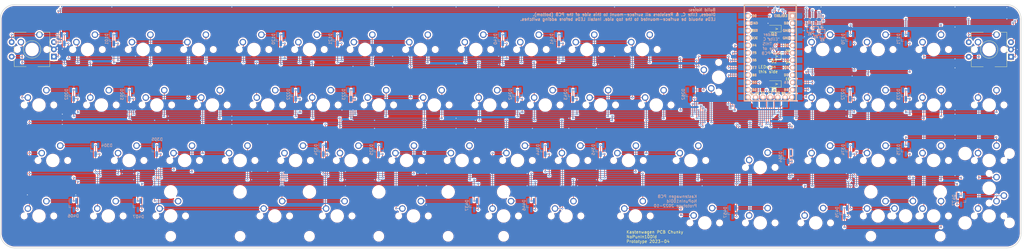
<source format=kicad_pcb>
(kicad_pcb (version 20221018) (generator pcbnew)
  (layers (0 "F.Cu" signal) (31 "B.Cu" signal) (34 "B.Paste" user) (35 "F.Paste" user) (36 "B.SilkS" user "B.Silkscreen") (37 "F.SilkS" user "F.Silkscreen") (38 "B.Mask" user) (39 "F.Mask" user) (44 "Edge.Cuts" user))
  (net 0 "")
  (net 1 "LED1")
  (net 2 "LED1R")
  (net 3 "LED2")
  (net 4 "LED2R")
  (net 5 "LED3")
  (net 6 "LED3R")
  (net 7 "Row0")
  (net 8 "Net-(MX110-ROW)")
  (net 9 "Net-(MX100-ROW)")
  (net 10 "Row1")
  (net 11 "Net-(MX111-ROW)")
  (net 12 "Net-(MX101-ROW)")
  (net 13 "Net-(MX130-ROW)")
  (net 14 "Net-(MX120-ROW)")
  (net 15 "Net-(MX131-ROW)")
  (net 16 "Net-(MX121-ROW)")
  (net 17 "Net-(MX150-ROW)")
  (net 18 "Net-(MX140-ROW)")
  (net 19 "Net-(MX151-ROW)")
  (net 20 "Net-(MX141-ROW)")
  (net 21 "Net-(MX180-ROW)")
  (net 22 "Net-(MX170-ROW)")
  (net 23 "Net-(MX181-ROW)")
  (net 24 "Net-(MX171-ROW)")
  (net 25 "Row2")
  (net 26 "Net-(MX212-ROW)")
  (net 27 "Net-(MX202-ROW)")
  (net 28 "Row3")
  (net 29 "Net-(MX213-ROW)")
  (net 30 "Net-(MX203-ROW)")
  (net 31 "Net-(MX232-ROW)")
  (net 32 "Net-(MX222-ROW)")
  (net 33 "Net-(MX233-ROW)")
  (net 34 "Net-(MX223-ROW)")
  (net 35 "Net-(MX252-ROW)")
  (net 36 "Net-(MX242-ROW)")
  (net 37 "Net-(MX253-ROW)")
  (net 38 "Net-(MX243-ROW)")
  (net 39 "Net-(MX262-ROW)")
  (net 41 "Net-(MX282-ROW)")
  (net 42 "Net-(MX272-ROW)")
  (net 43 "Row4")
  (net 44 "Net-(MX283-ROW)")
  (net 45 "Net-(MX273-ROW)")
  (net 46 "Row5")
  (net 47 "Net-(MX314-ROW)")
  (net 48 "Net-(MX304-ROW)")
  (net 49 "Net-(MX315-ROW)")
  (net 50 "Net-(MX305-ROW)")
  (net 51 "Net-(MX334-ROW)")
  (net 52 "Net-(MX324-ROW)")
  (net 53 "Net-(MX335-ROW)")
  (net 54 "Net-(MX325-ROW)")
  (net 55 "Net-(MX354-ROW)")
  (net 56 "Net-(MX344-ROW)")
  (net 57 "Net-(MX355-ROW)")
  (net 58 "Net-(MX345-ROW)")
  (net 60 "Net-(MX364-ROW)")
  (net 61 "Row6")
  (net 62 "Net-(MX384-ROW)")
  (net 63 "Net-(MX374-ROW)")
  (net 64 "Row7")
  (net 65 "Net-(MX385-ROW)")
  (net 66 "Net-(MX375-ROW)")
  (net 67 "Net-(MX416-ROW)")
  (net 68 "Net-(MX406-ROW)")
  (net 69 "Net-(MX417-ROW)")
  (net 70 "Net-(MX407-ROW)")
  (net 71 "Net-(MX447-ROW)")
  (net 72 "Net-(MX437-ROW)")
  (net 73 "Net-(MX456-ROW)")
  (net 74 "Net-(MX446-ROW)")
  (net 75 "Net-(MX467-ROW)")
  (net 76 "Net-(MX457-ROW)")
  (net 77 "Col0")
  (net 78 "Col1")
  (net 79 "Col2")
  (net 80 "Col3")
  (net 81 "Col4")
  (net 82 "Col5")
  (net 83 "Col6")
  (net 84 "Col7")
  (net 85 "Col8")
  (net 86 "GND")
  (net 87 "Rotary0B")
  (net 88 "Rotary0A")
  (net 89 "Rotary1B")
  (net 90 "Rotary1A")
  (net 91 "Net-(MX486-ROW)")
  (net 92 "Net-(MX476-ROW)")
  (net 93 "Net-(MX487-ROW)")
  (net 94 "Net-(MX477-ROW)")
  (footprint "LED_SMD:LED_1206_3216Metric_Pad1.42x1.75mm_HandSolder" (layer "F.Cu") (at 280.1875 27.7475 180)
    (fp_text reference "D2")
    (fp_text value "LED")
  )
  (footprint "LED_SMD:LED_1206_3216Metric_Pad1.42x1.75mm_HandSolder" (layer "F.Cu") (at 280.1875 37.25 180)
    (fp_text reference "D3")
    (fp_text value "LED")
  )
  (footprint "MX_Only:MXOnly-1U-NoLED" (layer "F.Cu") (at 44.45 25.4)
    (fp_text reference "MX101")
    (fp_text value "MX-NoLED")
  )
  (footprint "MX_Only:MXOnly-1U-NoLED" (layer "F.Cu") (at 63.5 25.4)
    (fp_text reference "MX110")
    (fp_text value "MX-NoLED")
  )
  (footprint "MX_Only:MXOnly-1U-NoLED" (layer "F.Cu") (at 82.55 25.4)
    (fp_text reference "MX111")
    (fp_text value "MX-NoLED")
  )
  (footprint "MX_Only:MXOnly-1U-NoLED" (layer "F.Cu") (at 101.6 25.4)
    (fp_text reference "MX120")
    (fp_text value "MX-NoLED")
  )
  (footprint "MX_Only:MXOnly-1U-NoLED" (layer "F.Cu") (at 120.65 25.4)
    (fp_text reference "MX121")
    (fp_text value "MX-NoLED")
  )
  (footprint "MX_Only:MXOnly-1U-NoLED" (layer "F.Cu") (at 139.7 25.4)
    (fp_text reference "MX130")
    (fp_text value "MX-NoLED")
  )
  (footprint "MX_Only:MXOnly-1U-NoLED" (layer "F.Cu") (at 158.75 25.4)
    (fp_text reference "MX131")
    (fp_text value "MX-NoLED")
  )
  (footprint "MX_Only:MXOnly-1U-NoLED" (layer "F.Cu") (at 177.8 25.4)
    (fp_text reference "MX140")
    (fp_text value "MX-NoLED")
  )
  (footprint "MX_Only:MXOnly-1U-NoLED" (layer "F.Cu") (at 196.85 25.4)
    (fp_text reference "MX141")
    (fp_text value "MX-NoLED")
  )
  (footprint "MX_Only:MXOnly-1U-NoLED" (layer "F.Cu") (at 215.9 25.4)
    (fp_text reference "MX150")
    (fp_text value "MX-NoLED")
  )
  (footprint "MX_Only:MXOnly-1U-NoLED" (layer "F.Cu") (at 234.95 25.4)
    (fp_text reference "MX151")
    (fp_text value "MX-NoLED")
  )
  (footprint "MX_Only:MXOnly-1U-NoLED" (layer "F.Cu") (at 296.8625 25.4)
    (fp_text reference "MX170")
    (fp_text value "MX-NoLED")
  )
  (footprint "MX_Only:MXOnly-1U-NoLED" (layer "F.Cu") (at 315.9125 25.4)
    (fp_text reference "MX171")
    (fp_text value "MX-NoLED")
  )
  (footprint "MX_Only:MXOnly-1U-NoLED" (layer "F.Cu") (at 334.9625 25.4)
    (fp_text reference "MX180")
    (fp_text value "MX-NoLED")
  )
  (footprint "MX_Only:MXOnly-1U-NoLED" (layer "F.Cu") (at 354.0125 25.4)
    (fp_text reference "MX181")
    (fp_text value "MX-NoLED")
  )
  (footprint "MX_Only:MXOnly-1.25U-NoLED" (layer "F.Cu") (at 27.78125 44.45)
    (fp_text reference "MX202")
    (fp_text value "MX-NoLED")
  )
  (footprint "MX_Only:MXOnly-1U-NoLED" (layer "F.Cu") (at 49.2125 44.45)
    (fp_text reference "MX203")
    (fp_text value "MX-NoLED")
  )
  (footprint "MX_Only:MXOnly-1U-NoLED" (layer "F.Cu") (at 68.2625 44.45)
    (fp_text reference "MX212")
    (fp_text value "MX-NoLED")
  )
  (footprint "MX_Only:MXOnly-1U-NoLED" (layer "F.Cu") (at 87.3125 44.45)
    (fp_text reference "MX213")
    (fp_text value "MX-NoLED")
  )
  (footprint "MX_Only:MXOnly-1U-NoLED" (layer "F.Cu") (at 106.3625 44.45)
    (fp_text reference "MX222")
    (fp_text value "MX-NoLED")
  )
  (footprint "MX_Only:MXOnly-1U-NoLED" (layer "F.Cu") (at 125.4125 44.45)
    (fp_text reference "MX223")
    (fp_text value "MX-NoLED")
  )
  (footprint "MX_Only:MXOnly-1U-NoLED" (layer "F.Cu") (at 144.4625 44.45)
    (fp_text reference "MX232")
    (fp_text value "MX-NoLED")
  )
  (footprint "MX_Only:MXOnly-1U-NoLED" (layer "F.Cu") (at 163.5125 44.45)
    (fp_text reference "MX233")
    (fp_text value "MX-NoLED")
  )
  (footprint "MX_Only:MXOnly-1U-NoLED" (layer "F.Cu") (at 182.5625 44.45)
    (fp_text reference "MX242")
    (fp_text value "MX-NoLED")
  )
  (footprint "MX_Only:MXOnly-1U-NoLED" (layer "F.Cu") (at 201.6125 44.45)
    (fp_text reference "MX243")
    (fp_text value "MX-NoLED")
  )
  (footprint "MX_Only:MXOnly-1U-NoLED" (layer "F.Cu") (at 220.6625 44.45)
    (fp_text reference "MX252")
    (fp_text value "MX-NoLED")
  )
  (footprint "MX_Only:MXOnly-1U-NoLED" (layer "F.Cu") (at 239.7125 44.45)
    (fp_text reference "MX253")
    (fp_text value "MX-NoLED")
  )
  (footprint "mx-custom:MXOnly-ISO-ROTATED-NoLED-NoStabs" (layer "F.Cu") (at 261.14375 34.925 180)
    (fp_text reference "MX262")
    (fp_text value "MX-NoLED")
  )
  (footprint "MX_Only:MXOnly-1U-NoLED" (layer "F.Cu") (at 296.8625 44.45)
    (fp_text reference "MX272")
    (fp_text value "MX-NoLED")
  )
  (footprint "MX_Only:MXOnly-1U-NoLED" (layer "F.Cu") (at 315.9125 44.45)
    (fp_text reference "MX273")
    (fp_text value "MX-NoLED")
  )
  (footprint "MX_Only:MXOnly-1U-NoLED" (layer "F.Cu") (at 334.9625 44.45)
    (fp_text reference "MX282")
    (fp_text value "MX-NoLED")
  )
  (footprint "MX_Only:MXOnly-1U-NoLED" (layer "F.Cu") (at 354.0125 44.45)
    (fp_text reference "MX283")
    (fp_text value "MX-NoLED")
  )
  (footprint "MX_Only:MXOnly-1.75U-NoLED" (layer "F.Cu") (at 32.54375 63.5)
    (fp_text reference "MX304")
    (fp_text value "MX-NoLED")
  )
  (footprint "MX_Only:MXOnly-1U-NoLED" (layer "F.Cu") (at 58.7375 63.5)
    (fp_text reference "MX305")
    (fp_text value "MX-NoLED")
  )
  (footprint "MX_Only:MXOnly-1U-NoLED" (layer "F.Cu") (at 77.7875 63.5)
    (fp_text reference "MX314")
    (fp_text value "MX-NoLED")
  )
  (footprint "MX_Only:MXOnly-1U-NoLED" (layer "F.Cu") (at 96.8375 63.5)
    (fp_text reference "MX315")
    (fp_text value "MX-NoLED")
  )
  (footprint "MX_Only:MXOnly-1U-NoLED" (layer "F.Cu") (at 115.8875 63.5)
    (fp_text reference "MX324")
    (fp_text value "MX-NoLED")
  )
  (footprint "MX_Only:MXOnly-1U-NoLED" (layer "F.Cu") (at 134.9375 63.5)
    (fp_text reference "MX325")
    (fp_text value "MX-NoLED")
  )
  (footprint "MX_Only:MXOnly-1U-NoLED" (layer "F.Cu") (at 153.9875 63.5)
    (fp_text reference "MX334")
    (fp_text value "MX-NoLED")
  )
  (footprint "MX_Only:MXOnly-1U-NoLED" (layer "F.Cu") (at 173.0375 63.5)
    (fp_text reference "MX335")
    (fp_text value "MX-NoLED")
  )
  (footprint "MX_Only:MXOnly-1U-NoLED" (layer "F.Cu") (at 192.0875 63.5)
    (fp_text reference "MX344")
    (fp_text value "MX-NoLED")
  )
  (footprint "MX_Only:MXOnly-1U-NoLED" (layer "F.Cu") (at 211.1375 63.5)
    (fp_text reference "MX345")
    (fp_text value "MX-NoLED")
  )
  (footprint "MX_Only:MXOnly-1U-NoLED" (layer "F.Cu") (at 230.1875 63.5)
    (fp_text reference "MX354")
    (fp_text value "MX-NoLED")
  )
  (footprint "MX_Only:MXOnly-1.25U-NoLED" (layer "F.Cu") (at 251.61875 63.5)
    (fp_text reference "MX355")
    (fp_text value "MX-NoLED")
  )
  (footprint "MX_Only:MXOnly-1U-NoLED" (layer "F.Cu") (at 275.43125 65.88125)
    (fp_text reference "MX364")
    (fp_text value "MX-NoLED")
  )
  (footprint "MX_Only:MXOnly-1U-NoLED" (layer "F.Cu") (at 296.8625 63.5)
    (fp_text reference "MX374")
    (fp_text value "MX-NoLED")
  )
  (footprint "MX_Only:MXOnly-1U-NoLED" (layer "F.Cu") (at 315.9125 63.5)
    (fp_text reference "MX375")
    (fp_text value "MX-NoLED")
  )
  (footprint "MX_Only:MXOnly-1U-NoLED" (layer "F.Cu") (at 334.9625 63.5)
    (fp_text reference "MX384")
    (fp_text value "MX-NoLED")
  )
  (footprint "MX_Only:MXOnly-1U-NoLED" (layer "F.Cu") (at 354.0125 63.5)
    (fp_text reference "MX385")
    (fp_text value "MX-NoLED")
  )
  (footprint "MX_Only:MXOnly-1.25U-NoLED" (layer "F.Cu") (at 27.78125 82.55)
    (fp_text reference "MX406")
    (fp_text value "MX-NoLED")
  )
  (footprint "MX_Only:MXOnly-1U-NoLED" (layer "F.Cu") (at 73.025 82.55)
    (fp_text reference "MX416")
    (fp_text value "MX-NoLED")
  )
  (footprint "MX_Only:MXOnly-2.75U-ReversedStabilizers-NoLED" (layer "F.Cu") (at 108.74375 82.55)
    (fp_text reference "MX417")
    (fp_text value "MX-NoLED")
  )
  (footprint "MX_Only:MXOnly-7U-ReversedStabilizers-NoLED" (layer "F.Cu") (at 130.175 82.55)
    (fp_text reference "MX417.700")
    (fp_text value "MX-NoLED")
  )
  (footprint "MX_Only:MXOnly-2.25U-ReversedStabilizers-NoLED" (layer "F.Cu") (at 156.36875 82.55)
    (fp_text reference "MX437")
    (fp_text value "MX-NoLED")
  )
  (footprint "MX_Only:MXOnly-1U-NoLED" (layer "F.Cu") (at 187.325 82.55)
    (fp_text reference "MX446")
    (fp_text value "MX-NoLED")
  )
  (footprint "MX_Only:MXOnly-1.25U-NoLED" (layer "F.Cu") (at 208.75625 82.55)
    (fp_text reference "MX447")
    (fp_text value "MX-NoLED")
  )
  (footprint "MX_Only:MXOnly-1.25U-NoLED" (layer "F.Cu") (at 232.56875 82.55)
    (fp_text reference "MX456")
    (fp_text value "MX-NoLED")
  )
  (footprint "MX_Only:MXOnly-1U-NoLED" (layer "F.Cu") (at 256.38125 84.93125)
    (fp_text reference "MX457")
    (fp_text value "MX-NoLED")
  )
  (footprint "MX_Only:MXOnly-1U-NoLED" (layer "F.Cu") (at 275.43125 84.93125)
    (fp_text reference "MX467")
    (fp_text value "MX-NoLED")
  )
  (footprint "MX_Only:MXOnly-1U-NoLED" (layer "F.Cu") (at 294.48125 84.93125)
    (fp_text reference "MX476")
    (fp_text value "MX-NoLED")
  )
  (footprint "MX_Only:MXOnly-1U-NoLED" (layer "F.Cu") (at 315.9125 82.55)
    (fp_text reference "MX477")
    (fp_text value "MX-NoLED")
  )
  (footprint "MX_Only:MXOnly-2U-ReversedStabilizers-NoLED" (layer "F.Cu") (at 325.3232 82.5246)
    (fp_text reference "MX477.200")
    (fp_text value "MX-NoLED")
  )
  (footprint "MX_Only:MXOnly-1U-NoLED" (layer "F.Cu") (at 334.9625 82.55)
    (fp_text reference "MX486")
    (fp_text value "MX-NoLED")
  )
  (footprint "MX_Only:MXOnly-1U-NoLED" (layer "F.Cu") (at 354.0125 82.55)
    (fp_text reference "MX487")
    (fp_text value "MX-NoLED")
  )
  (footprint "MX_Only:MXOnly-2U-NoLED" (layer "F.Cu") (at 354.0125 73.025 -90)
    (fp_text reference "MX487.200")
    (fp_text value "MX-NoLED")
  )
  (footprint "Keebio-Parts:RotaryEncoder_EC11-no-legs" (layer "F.Cu") (at 25.4 25.35625 180)
    (fp_text reference "RSW100")
    (fp_text value "Rotary_Encoder_Switch")
  )
  (footprint "Keebio-Parts:RotaryEncoder_EC11-no-legs" (layer "F.Cu") (at 354.0125 25.4 180)
    (fp_text reference "RSW181")
    (fp_text value "Rotary_Encoder_Switch")
  )
  (footprint "MX_Only:MXOnly-1U-NoLED" (layer "F.Cu") (at 25.4 25.4)
    (fp_text reference "MX100")
    (fp_text value "MX-NoLED")
  )
  (footprint "LED_SMD:LED_1206_3216Metric_Pad1.42x1.75mm_HandSolder" (layer "F.Cu") (at 280.1875 18.25 180)
    (fp_text reference "D1")
    (fp_text value "LED")
  )
  (footprint "MX_Only:MXOnly-1.25U-NoLED" (layer "F.Cu") (at 51.59375 82.55)
    (fp_text reference "MX407")
    (fp_text value "MX-NoLED")
  )
  (footprint "Keebio-Parts:SOT-23_Handsoldering" (layer "B.Cu") (at 36.5 21.8 -90)
    (fp_text reference "D100")
    (fp_text value "BAV70")
  )
  (footprint "Keebio-Parts:SOT-23_Handsoldering" (layer "B.Cu") (at 53.5 21.8 -90)
    (fp_text reference "D101")
    (fp_text value "BAV70")
  )
  (footprint "Keebio-Parts:SOT-23_Handsoldering" (layer "B.Cu") (at 110.8 21.8 -90)
    (fp_text reference "D120")
    (fp_text value "BAV70")
  )
  (footprint "Keebio-Parts:SOT-23_Handsoldering" (layer "B.Cu") (at 130.3 21.8 -90)
    (fp_text reference "D121")
    (fp_text value "BAV70")
  )
  (footprint "Keebio-Parts:SOT-23_Handsoldering" (layer "B.Cu") (at 187 21.8 -90)
    (fp_text reference "D140")
    (fp_text value "BAV70")
  )
  (footprint "Keebio-Parts:SOT-23_Handsoldering" (layer "B.Cu") (at 206.3 21.8 -90)
    (fp_text reference "D141")
    (fp_text value "BAV70")
  )
  (footprint "Keebio-Parts:SOT-23_Handsoldering" (layer "B.Cu") (at 306.4 21.8 -90)
    (fp_text reference "D170")
    (fp_text value "BAV70")
  )
  (footprint "Keebio-Parts:SOT-23_Handsoldering" (layer "B.Cu") (at 325.4 21.8 -90)
    (fp_text reference "D171")
    (fp_text value "BAV70")
  )
  (footprint "Keebio-Parts:SOT-23_Handsoldering" (layer "B.Cu") (at 39.7 40.8 -90)
    (fp_text reference "D202")
    (fp_text value "BAV70")
  )
  (footprint "Keebio-Parts:SOT-23_Handsoldering" (layer "B.Cu") (at 58.8 40.8 -90)
    (fp_text reference "D203")
    (fp_text value "BAV70")
  )
  (footprint "Keebio-Parts:SOT-23_Handsoldering" (layer "B.Cu") (at 115.9 40.8 -90)
    (fp_text reference "D222")
    (fp_text value "BAV70")
  )
  (footprint "Keebio-Parts:SOT-23_Handsoldering" (layer "B.Cu") (at 134.9 40.8 -90)
    (fp_text reference "D223")
    (fp_text value "BAV70")
  )
  (footprint "Keebio-Parts:SOT-23_Handsoldering" (layer "B.Cu") (at 192.1 40.8 -90)
    (fp_text reference "D242")
    (fp_text value "BAV70")
  )
  (footprint "Keebio-Parts:SOT-23_Handsoldering" (layer "B.Cu") (at 211.1 40.8 -90)
    (fp_text reference "D243")
    (fp_text value "BAV70")
  )
  (footprint "Keebio-Parts:SOT-23_Handsoldering" (layer "B.Cu") (at 251.5 40.8 -90)
    (fp_text reference "D262")
    (fp_text value "BAV70")
  )
  (footprint "Keebio-Parts:SOT-23_Handsoldering" (layer "B.Cu") (at 306.3 40.8 -90)
    (fp_text reference "D272")
    (fp_text value "BAV70")
  )
  (footprint "Keebio-Parts:SOT-23_Handsoldering" (layer "B.Cu") (at 325.4 40.8 -90)
    (fp_text reference "D273")
    (fp_text value "BAV70")
  )
  (footprint "Keebio-Parts:SOT-23_Handsoldering" (layer "B.Cu") (at 47.194381 59.8 -90)
    (fp_text reference "D304")
    (fp_text value "BAV70")
  )
  (footprint "Keebio-Parts:SOT-23_Handsoldering" (layer "B.Cu") (at 68.2 59.8 -90)
    (fp_text reference "D305")
    (fp_text value "BAV70")
  )
  (footprint "Keebio-Parts:SOT-23_Handsoldering" (layer "B.Cu") (at 125.4 59.8 -90)
    (fp_text reference "D324")
    (fp_text value "BAV70")
  )
  (footprint "Keebio-Parts:SOT-23_Handsoldering" (layer "B.Cu") (at 144.4 59.8 -90)
    (fp_text reference "D325")
    (fp_text value "BAV70")
  )
  (footprint "Keebio-Parts:SOT-23_Handsoldering" (layer "B.Cu") (at 201.6 59.8 -90)
    (fp_text reference "D344")
    (fp_text value "BAV70")
  )
  (footprint "Keebio-Parts:SOT-23_Handsoldering" (layer "B.Cu") (at 220.6 59.8 -90)
    (fp_text reference "D345")
    (fp_text value "BAV70")
  )
  (footprint "Keebio-Parts:SOT-23_Handsoldering" (layer "B.Cu") (at 284.9 62.3 -90)
    (fp_text reference "D364")
    (fp_text value "BAV70")
  )
  (footprint "Keebio-Parts:SOT-23_Handsoldering" (layer "B.Cu") (at 306.4 59.8 -90)
    (fp_text reference "D374")
    (fp_text value "BAV70")
  )
  (footprint "Keebio-Parts:SOT-23_Handsoldering" (layer "B.Cu") (at 325.4 59.8 -90)
    (fp_text reference "D375")
    (fp_text value "BAV70")
  )
  (footprint "Keebio-Parts:SOT-23_Handsoldering" (layer "B.Cu") (at 39.7 78.9 -90)
    (fp_text reference "D406")
    (fp_text value "BAV70")
  )
  (footprint "Keebio-Parts:SOT-23_Handsoldering" (layer "B.Cu") (at 61.7 78.9 -90)
    (fp_text reference "D407")
    (fp_text value "BAV70")
  )
  (footprint "Keebio-Parts:SOT-23_Handsoldering" (layer "B.Cu") (at 177.2 78.9 -90)
    (fp_text reference "D437")
    (fp_text value "BAV70")
  )
  (footprint "Keebio-Parts:SOT-23_Handsoldering" (layer "B.Cu") (at 196.8 78.9 -90)
    (fp_text reference "D446")
    (fp_text value "BAV70")
  )
  (footprint "Keebio-Parts:SOT-23_Handsoldering" (layer "B.Cu") (at 265.9 81.3 -90)
    (fp_text reference "D457")
    (fp_text value "BAV70")
  )
  (footprint "Keebio-Parts:SOT-23_Handsoldering" (layer "B.Cu") (at 344.399437 77.1 -90)
    (fp_text reference "D477")
    (fp_text value "BAV70")
  )
  (footprint "Keebio-Parts:R_0805" (layer "B.Cu") (at 292.4 18 90)
    (fp_text reference "R1")
    (fp_text value "470")
  )
  (footprint "Keebio-Parts:R_0805" (layer "B.Cu") (at 294.6 19 90)
    (fp_text reference "R2")
    (fp_text value "470")
  )
  (footprint "Keebio-Parts:R_0805" (layer "B.Cu") (at 296.8 20 90)
    (fp_text reference "R3")
    (fp_text value "470")
  )
  (footprint "Keebio-Parts:Elite-C-castellated-29pin-holes" (layer "B.Cu") (at 278.88 27.81 -90)
    (fp_text reference "U1" hide)
    (fp_text value "Elite-C" hide)
  )
  (footprint "Keebio-Parts:SOT-23_Handsoldering" (layer "B.Cu") (at 304.3 81.3 -90)
    (fp_text reference "D476")
    (fp_text value "BAV70")
  )
  (gr_arc (start 365 88.5) (mid 363.535534 92.035534) (end 360 93.5) (stroke (width 0.2)) (layer "Edge.Cuts"))
  (gr_arc (start 19.5 93.5) (mid 15.964466 92.035534) (end 14.5 88.5) (stroke (width 0.2)) (layer "Edge.Cuts"))
  (gr_line (start 19.5 93.5) (end 360 93.5) (stroke (width 0.2)) (layer "Edge.Cuts"))
  (gr_arc (start 14.5 15) (mid 15.964466 11.464466) (end 19.5 10) (stroke (width 0.2)) (layer "Edge.Cuts"))
  (gr_line (start 14.5 15) (end 14.5 88.5) (stroke (width 0.2)) (layer "Edge.Cuts"))
  (gr_line (start 19.5 10) (end 360 10) (stroke (width 0.2)) (layer "Edge.Cuts"))
  (gr_line (start 365 15) (end 365 88.5) (stroke (width 0.2)) (layer "Edge.Cuts"))
  (gr_arc (start 360 10) (mid 363.535534 11.464466) (end 365 15) (stroke (width 0.2)) (layer "Edge.Cuts"))
  (gr_text "Kastenwagen PCB\nNoPunIn10Did\nPrototype 2022-10" (at 253.772476 77.47) (layer "B.SilkS") (effects (font (size 1 1)) (justify left mirror)))
  (gr_text "Solder\nElite C\nto THIS\nside of\nthe PCB" (at 278.9428 23.4696) (layer "B.SilkS") (effects (font (size 1 1)) (justify mirror)))
  (gr_text "Build Notes:\nDiodes, Elite C, & Resistors all surface-mount to this side of the PCB (bottom).\nLEDs should be surface-mounted to the top side. Install LEDs before adding switches." (at 260.2 13.4) (layer "B.SilkS") (effects (font (size 1 1) (thickness 0.2)) (justify left mirror)))
  (gr_text ">" (at 281 37.2) (layer "F.SilkS") (effects (font (size 1 1))))
  (gr_text ">" (at 281.05 18.27) (layer "F.SilkS") (effects (font (size 1 1))))
  (gr_text "Kastenwagen PCB Chunky\nNoPunIn10Did\nPrototype 2023-04" (at 229.39375 89.69375) (layer "F.SilkS") (effects (font (size 1 1)) (justify left)))
  (gr_text ">" (at 281.05 27.67) (layer "F.SilkS") (effects (font (size 1 1))))
  (gr_text "LEDs on \nthis side" (at 278.1808 32.2072) (layer "F.SilkS") (effects (font (size 1 1))))
  (segment (start 278.7 18.25) (end 278.7 13.8) (width 0.2) (layer "F.Cu") (net 1))
  (via (at 278.7 13.8) (size 0.6) (drill 0.3) (layers "F.Cu" "B.Cu") (net 1))
  (segment (start 271.3 13.8) (end 271.26 13.84) (width 0.2) (layer "B.Cu") (net 1))
  (segment (start 278.7 13.8) (end 271.3 13.8) (width 0.2) (layer "B.Cu") (net 1))
  (segment (start 281.675 11.873529) (end 281.675 18.25) (width 0.2) (layer "F.Cu") (net 2))
  (segment (start 291.3 17) (end 291.3 11.3) (width 0.2) (layer "F.Cu") (net 2))
  (segment (start 281.748529 11.8) (end 281.675 11.873529) (width 0.2) (layer "F.Cu") (net 2))
  (via (at 291.3 11.3) (size 0.6) (drill 0.3) (layers "F.Cu" "B.Cu") (net 2))
  (via (at 281.748529 11.8) (size 0.6) (drill 0.3) (layers "F.Cu" "B.Cu") (net 2))
  (via (at 291.3 17) (size 0.6) (drill 0.3) (layers "F.Cu" "B.Cu") (net 2))
  (segment (start 292.35 17) (end 291.3 17) (width 0.2) (layer "B.Cu") (net 2))
  (segment (start 282.248529 11.3) (end 291.3 11.3) (width 0.2) (layer "B.Cu") (net 2))
  (segment (start 281.748529 11.8) (end 282.248529 11.3) (width 0.2) (layer "B.Cu") (net 2))
  (segment (start 292.4 17.05) (end 292.35 17) (width 0.2) (layer "B.Cu") (net 2))
  (segment (start 278.7 29.1) (end 278.7 27.7475) (width 0.2) (layer "F.Cu") (net 3))
  (via (at 278.7 29.1) (size 0.6) (drill 0.3) (layers "F.Cu" "B.Cu") (net 3))
  (segment (start 286.48 29.1) (end 286.5 29.08) (width 0.2) (layer "B.Cu") (net 3))
  (segment (start 278.7 29.1) (end 286.48 29.1) (width 0.2) (layer "B.Cu") (net 3))
  (segment (start 281.675 26.625) (end 281.675 27.7475) (width 0.2) (layer "F.Cu") (net 4))
  (segment (start 293.4 18) (end 293.4 11.9) (width 0.2) (layer "F.Cu") (net 4))
  (segment (start 283 11.9) (end 283 25.3) (width 0.2) (layer "F.Cu") (net 4))
  (segment (start 283 25.3) (end 281.675 26.625) (width 0.2) (layer "F.Cu") (net 4))
  (via (at 293.4 11.9) (size 0.6) (drill 0.3) (layers "F.Cu" "B.Cu") (net 4))
  (via (at 283 11.9) (size 0.6) (drill 0.3) (layers "F.Cu" "B.Cu") (net 4))
  (via (at 293.4 18) (size 0.6) (drill 0.3) (layers "F.Cu" "B.Cu") (net 4))
  (segment (start 294.55 18) (end 293.4 18) (width 0.2) (layer "B.Cu") (net 4))
  (segment (start 294.6 18.05) (end 294.55 18) (width 0.2) (layer "B.Cu") (net 4))
  (segment (start 293.4 11.9) (end 283 11.9) (width 0.2) (layer "B.Cu") (net 4))
  (segment (start 278.7 31.6) (end 278.7 37.25) (width 0.2) (layer "F.Cu") (net 5))
  (via (at 278.7 31.6) (size 0.6) (drill 0.3) (layers "F.Cu" "B.Cu") (net 5))
  (segment (start 286.48 31.6) (end 286.5 31.62) (width 0.2) (layer "B.Cu") (net 5))
  (segment (start 278.7 31.6) (end 286.48 31.6) (width 0.2) (layer "B.Cu") (net 5))
  (segment (start 295.6 12.5) (end 295.6 19) (width 0.2) (layer "F.Cu") (net 6))
  (segment (start 283.7 12.5) (end 283.7 34) (width 0.2) (layer "F.Cu") (net 6))
  (segment (start 283.7 34) (end 281.675 36.025) (width 0.2) (layer "F.Cu") (net 6))
  (segment (start 281.675 36.025) (end 281.675 37.25) (width 0.2) (layer "F.Cu") (net 6))
  (via (at 283.7 12.5) (size 0.6) (drill 0.3) (layers "F.Cu" "B.Cu") (net 6))
  (via (at 295.6 19) (size 0.6) (drill 0.3) (layers "F.Cu" "B.Cu") (net 6))
  (via (at 295.6 12.5) (size 0.6) (drill 0.3) (layers "F.Cu" "B.Cu") (net 6))
  (segment (start 283.7 12.5) (end 295.6 12.5) (width 0.2) (layer "B.Cu") (net 6))
  (segment (start 296.75 19) (end 295.6 19) (width 0.2) (layer "B.Cu") (net 6))
  (segment (start 296.8 19.05) (end 296.75 19) (width 0.2) (layer "B.Cu") (net 6))
  (segment (start 280.2 42.2) (end 279.6 42.8) (width 0.2) (layer "F.Cu") (net 7))
  (segment (start 291.9 32.4) (end 291.9 39.2) (width 0.2) (layer "F.Cu") (net 7))
  (segment (start 254.3 48.3) (end 254.3 46.2) (width 0.2) (layer "F.Cu") (net 7))
  (segment (start 37.9 28.4) (end 37.9 23.3) (width 0.2) (layer "F.Cu") (net 7))
  (segment (start 188.4 28.4) (end 188.4 23.3) (width 0.2) (layer "F.Cu") (net 7))
  (segment (start 112.2 28.4) (end 112.2 23.3) (width 0.2) (layer "F.Cu") (net 7))
  (segment (start 280.2 39.3) (end 280.2 42.2) (width 0.2) (layer "F.Cu") (net 7))
  (segment (start 279.6 42.8) (end 279.6 48.3) (width 0.2) (layer "F.Cu") (net 7))
  (segment (start 307.8 23.3) (end 307.8 32.4) (width 0.2) (layer "F.Cu") (net 7))
  (segment (start 248 46.2) (end 248 28.4) (width 0.2) (layer "F.Cu") (net 7))
  (via (at 280.2 39.3) (size 0.6) (drill 0.3) (layers "F.Cu" "B.Cu") (net 7))
  (via (at 307.8 32.4) (size 0.6) (drill 0.3) (layers "F.Cu" "B.Cu") (net 7))
  (via (at 279.6 48.3) (size 0.6) (drill 0.3) (layers "F.Cu" "B.Cu") (net 7))
  (via (at 248 28.4) (size 0.6) (drill 0.3) (layers "F.Cu" "B.Cu") (net 7))
  (via (at 37.9 23.3) (size 0.6) (drill 0.3) (layers "F.Cu" "B.Cu") (net 7))
  (via (at 248 46.2) (size 0.6) (drill 0.3) (layers "F.Cu" "B.Cu") (net 7))
  (via (at 307.8 23.3) (size 0.6) (drill 0.3) (layers "F.Cu" "B.Cu") (net 7))
  (via (at 254.3 48.3) (size 0.6) (drill 0.3) (layers "F.Cu" "B.Cu") (net 7))
  (via (at 112.2 23.3) (size 0.6) (drill 0.3) (layers "F.Cu" "B.Cu") (net 7))
  (via (at 291.9 39.2) (size 0.6) (drill 0.3) (layers "F.Cu" "B.Cu") (net 7))
  (via (at 188.4 23.3) (size 0.6) (drill 0.3) (layers "F.Cu" "B.Cu") (net 7))
  (via (at 112.2 28.4) (size 0.6) (drill 0.3) (layers "F.Cu" "B.Cu") (net 7))
  (via (at 291.9 32.4) (size 0.6) (drill 0.3) (layers "F.Cu" "B.Cu") (net 7))
  (via (at 188.4 28.4) (size 0.6) (drill 0.3) (layers "F.Cu" "B.Cu") (net 7))
  (via (at 37.9 28.4) (size 0.6) (drill 0.3) (layers "F.Cu" "B.Cu") (net 7))
  (via (at 254.3 46.2) (size 0.6) (drill 0.3) (layers "F.Cu" "B.Cu") (net 7))
  (segment (start 188.4 28.4) (end 112.2 28.4) (width 0.2) (layer "B.Cu") (net 7))
  (segment (start 36.5 23.3) (end 37.9 23.3) (width 0.2) (layer "B.Cu") (net 7))
  (segment (start 254.3 46.2) (end 248 46.2) (width 0.2) (layer "B.Cu") (net 7))
  (segment (start 291.9 32.4) (end 307.8 32.4) (width 0.2) (layer "B.Cu") (net 7))
  (segment (start 248 28.4) (end 188.4 28.4) (width 0.2) (layer "B.Cu") (net 7))
  (segment (start 286.44 39.3) (end 280.2 39.3) (width 0.2) (layer "B.Cu") (net 7))
  (segment (start 279.6 48.3) (end 254.3 48.3) (width 0.2) (layer "B.Cu") (net 7))
  (segment (start 291.9 39.2) (end 288.318 39.2) (width 0.2) (layer "B.Cu") (net 7))
  (segment (start 286.5 39.24) (end 286.44 39.3) (width 0.2) (layer "B.Cu") (net 7))
  (segment (start 288.318 39.2) (end 288.278 39.24) (width 0.2) (layer "B.Cu") (net 7))
  (segment (start 112.2 28.4) (end 37.9 28.4) (width 0.2) (layer "B.Cu") (net 7))
  (segment (start 187 23.3) (end 188.4 23.3) (width 0.2) (layer "B.Cu") (net 7))
  (segment (start 110.8 23.3) (end 112.2 23.3) (width 0.2) (layer "B.Cu") (net 7))
  (segment (start 306.4 23.3) (end 307.8 23.3) (width 0.2) (layer "B.Cu") (net 7))
  (segment (start 66.04 20.32) (end 66.1 20.38) (width 0.2) (layer "F.Cu") (net 8))
  (segment (start 66.1 20.38) (end 66.1 30.5) (width 0.2) (layer "F.Cu") (net 8))
  (segment (start 36.5 30.5) (end 36.5 20.3) (width 0.2) (layer "F.Cu") (net 8))
  (via (at 36.5 20.3) (size 0.6) (drill 0.3) (layers "F.Cu" "B.Cu") (net 8))
  (via (at 66.1 30.5) (size 0.6) (drill 0.3) (layers "F.Cu" "B.Cu") (net 8))
  (via (at 36.5 30.5) (size 0.6) (drill 0.3) (layers "F.Cu" "B.Cu") (net 8))
  (segment (start 66.1 30.5) (end 36.5 30.5) (width 0.2) (layer "B.Cu") (net 8))
  (segment (start 37.45 20.3) (end 36.5 20.3) (width 0.2) (layer "B.Cu") (net 8))
  (segment (start 18.4 20.3) (end 18.4 22.85625) (width 0.2) (layer "F.Cu") (net 9))
  (via (at 18.4 20.3) (size 0.6) (drill 0.3) (layers "F.Cu" "B.Cu") (net 9))
  (segment (start 27.92 20.3) (end 18.4 20.3) (width 0.2) (layer "B.Cu") (net 9))
  (segment (start 27.96 20.3) (end 27.94 20.32) (width 0.2) (layer "B.Cu") (net 9))
  (segment (start 35.55 20.3) (end 27.96 20.3) (width 0.2) (layer "B.Cu") (net 9))
  (segment (start 27.94 20.32) (end 27.92 20.3) (width 0.2) (layer "B.Cu") (net 9))
  (segment (start 253.6 29.1) (end 253.6 49) (width 0.2) (layer "F.Cu") (net 10))
  (segment (start 207.7 23.3) (end 207.7 29.1) (width 0.2) (layer "F.Cu") (net 10))
  (segment (start 326.8 23.3) (end 326.8 33.1) (width 0.2) (layer "F.Cu") (net 10))
  (segment (start 282.4 49) (end 282.4 45.2) (width 0.2) (layer "F.Cu") (net 10))
  (segment (start 285.82 41.78) (end 286.2714 41.78) (width 0.2) (layer "F.Cu") (net 10))
  (segment (start 291.2 33.1) (end 291.2 41.7) (width 0.2) (layer "F.Cu") (net 10))
  (segment (start 54.9 29.1) (end 54.9 23.3) (width 0.2) (layer "F.Cu") (net 10))
  (segment (start 282.4 45.2) (end 285.82 41.78) (width 0.2) (layer "F.Cu") (net 10))
  (segment (start 131.7 29.1) (end 131.7 23.3) (width 0.2) (layer "F.Cu") (net 10))
  (via (at 326.8 33.1) (size 0.6) (drill 0.3) (layers "F.Cu" "B.Cu") (net 10))
  (via (at 253.6 49) (size 0.6) (drill 0.3) (layers "F.Cu" "B.Cu") (net 10))
  (via (at 291.2 33.1) (size 0.6) (drill 0.3) (layers "F.Cu" "B.Cu") (net 10))
  (via (at 207.7 23.3) (size 0.6) (drill 0.3) (layers "F.Cu" "B.Cu") (net 10))
  (via (at 326.8 23.3) (size 0.6) (drill 0.3) (layers "F.Cu" "B.Cu") (net 10))
  (via (at 207.7 29.1) (size 0.6) (drill 0.3) (layers "F.Cu" "B.Cu") (net 10))
  (via (at 54.9 23.3) (size 0.6) (drill 0.3) (layers "F.Cu" "B.Cu") (net 10))
  (via (at 291.2 41.7) (size 0.6) (drill 0.3) (layers "F.Cu" "B.Cu") (net 10))
  (via (at 131.7 29.1) (size 0.6) (drill 0.3) (layers "F.Cu" "B.Cu") (net 10))
  (via (at 282.4 49) (size 0.6) (drill 0.3) (layers "F.Cu" "B.Cu") (net 10))
  (via (at 253.6 29.1) (size 0.6) (drill 0.3) (layers "F.Cu" "B.Cu") (net 10))
  (via (at 131.7 23.3) (size 0.6) (drill 0.3) (layers "F.Cu" "B.Cu") (net 10))
  (via (at 54.9 29.1) (size 0.6) (drill 0.3) (layers "F.Cu" "B.Cu") (net 10))
  (segment (start 288.358 41.7) (end 288.278 41.78) (width 0.2) (layer "B.Cu") (net 10))
  (segment (start 207.7 29.1) (end 253.6 29.1) (width 0.2) (layer "B.Cu") (net 10))
  (segment (start 206.3 23.3) (end 207.7 23.3) (width 0.2) (layer "B.Cu") (net 10))
  (segment (start 326.8 33.1) (end 291.2 33.1) (width 0.2) (layer "B.Cu") (net 10))
  (segment (start 130.3 23.3) (end 131.7 23.3) (width 0.2) (layer "B.Cu") (net 10))
  (segment (start 131.7 29.1) (end 54.9 29.1) (width 0.2) (layer "B.Cu") (net 10))
  (segment (start 325.4 23.3) (end 326.8 23.3) (width 0.2) (layer "B.Cu") (net 10))
  (segment (start 291.2 41.7) (end 288.358 41.7) (width 0.2) (layer "B.Cu") (net 10))
  (segment (start 53.5 23.3) (end 54.9 23.3) (width 0.2) (layer "B.Cu") (net 10))
  (segment (start 207.7 29.1) (end 131.7 29.1) (width 0.2) (layer "B.Cu") (net 10))
  (segment (start 253.6 49) (end 282.4 49) (width 0.2) (layer "B.Cu") (net 10))
  (segment (start 53.5 20.3) (end 53.5 29.8) (width 0.2) (layer "F.Cu") (net 11))
  (segment (start 85.1 20.33) (end 85.09 20.32) (width 0.2) (layer "F.Cu") (net 11))
  (segment (start 85.1 29.8) (end 85.1 20.33) (width 0.2) (layer "F.Cu") (net 11))
  (via (at 85.1 29.8) (size 0.6) (drill 0.3) (layers "F.Cu" "B.Cu") (net 11))
  (via (at 53.5 20.3) (size 0.6) (drill 0.3) (layers "F.Cu" "B.Cu") (net 11))
  (via (at 53.5 29.8) (size 0.6) (drill 0.3) (layers "F.Cu" "B.Cu") (net 11))
  (segment (start 54.45 20.3) (end 53.5 20.3) (width 0.2) (layer "B.Cu") (net 11))
  (segment (start 53.5 29.8) (end 85.1 29.8) (width 0.2) (layer "B.Cu") (net 11))
  (segment (start 52.55 20.3) (end 47.01 20.3) (width 0.2) (layer "B.Cu") (net 12))
  (segment (start 47.01 20.3) (end 46.99 20.32) (width 0.2) (layer "B.Cu") (net 12))
  (segment (start 142.2 20.36) (end 142.2 30.5) (width 0.2) (layer "F.Cu") (net 13))
  (segment (start 110.8 30.5) (end 110.8 20.3) (width 0.2) (layer "F.Cu") (net 13))
  (segment (start 142.24 20.32) (end 142.2 20.36) (width 0.2) (layer "F.Cu") (net 13))
  (via (at 110.8 30.5) (size 0.6) (drill 0.3) (layers "F.Cu" "B.Cu") (net 13))
  (via (at 110.8 20.3) (size 0.6) (drill 0.3) (layers "F.Cu" "B.Cu") (net 13))
  (via (at 142.2 30.5) (size 0.6) (drill 0.3) (layers "F.Cu" "B.Cu") (net 13))
  (segment (start 142.2 30.5) (end 110.8 30.5) (width 0.2) (layer "B.Cu") (net 13))
  (segment (start 111.75 20.3) (end 110.8 20.3) (width 0.2) (layer "B.Cu") (net 13))
  (segment (start 104.16 20.3) (end 104.14 20.32) (width 0.2) (layer "B.Cu") (net 14))
  (segment (start 109.85 20.3) (end 104.16 20.3) (width 0.2) (layer "B.Cu") (net 14))
  (segment (start 161.3 20.33) (end 161.29 20.32) (width 0.2) (layer "F.Cu") (net 15))
  (segment (start 161.3 29.8) (end 161.3 20.33) (width 0.2) (layer "F.Cu") (net 15))
  (segment (start 130.3 20.3) (end 130.3 29.8) (width 0.2) (layer "F.Cu") (net 15))
  (via (at 130.3 29.8) (size 0.6) (drill 0.3) (layers "F.Cu" "B.Cu") (net 15))
  (via (at 130.3 20.3) (size 0.6) (drill 0.3) (layers "F.Cu" "B.Cu") (net 15))
  (via (at 161.3 29.8) (size 0.6) (drill 0.3) (layers "F.Cu" "B.Cu") (net 15))
  (segment (start 131.25 20.3) (end 130.3 20.3) (width 0.2) (layer "B.Cu") (net 15))
  (segment (start 130.3 29.8) (end 161.3 29.8) (width 0.2) (layer "B.Cu") (net 15))
  (segment (start 123.21 20.3) (end 123.19 20.32) (width 0.2) (layer "B.Cu") (net 16))
  (segment (start 129.35 20.3) (end 123.21 20.3) (width 0.2) (layer "B.Cu") (net 16))
  (segment (start 218.5 20.38) (end 218.44 20.32) (width 0.2) (layer "F.Cu") (net 17))
  (segment (start 187 20.3) (end 187 30.5) (width 0.2) (layer "F.Cu") (net 17))
  (segment (start 218.5 30.5) (end 218.5 20.38) (width 0.2) (layer "F.Cu") (net 17))
  (via (at 187 30.5) (size 0.6) (drill 0.3) (layers "F.Cu" "B.Cu") (net 17))
  (via (at 218.5 30.5) (size 0.6) (drill 0.3) (layers "F.Cu" "B.Cu") (net 17))
  (via (at 187 20.3) (size 0.6) (drill 0.3) (layers "F.Cu" "B.Cu") (net 17))
  (segment (start 187.95 20.3) (end 187 20.3) (width 0.2) (layer "B.Cu") (net 17))
  (segment (start 187 30.5) (end 218.5 30.5) (width 0.2) (layer "B.Cu") (net 17))
  (segment (start 186.05 20.3) (end 180.36 20.3) (width 0.2) (layer "B.Cu") (net 18))
  (segment (start 180.36 20.3) (end 180.34 20.32) (width 0.2) (layer "B.Cu") (net 18))
  (segment (start 206.3 20.3) (end 206.3 29.8) (width 0.2) (layer "F.Cu") (net 19))
  (segment (start 237.5 20.33) (end 237.49 20.32) (width 0.2) (layer "F.Cu") (net 19))
  (segment (start 237.5 29.8) (end 237.5 20.33) (width 0.2) (layer "F.Cu") (net 19))
  (via (at 206.3 20.3) (size 0.6) (drill 0.3) (layers "F.Cu" "B.Cu") (net 19))
  (via (at 206.3 29.8) (size 0.6) (drill 0.3) (layers "F.Cu" "B.Cu") (net 19))
  (via (at 237.5 29.8) (size 0.6) (drill 0.3) (layers "F.Cu" "B.Cu") (net 19))
  (segment (start 207.25 20.3) (end 206.3 20.3) (width 0.2) (layer "B.Cu") (net 19))
  (segment (start 206.3 29.8) (end 237.5 29.8) (width 0.2) (layer "B.Cu") (net 19))
  (segment (start 205.35 20.3) (end 199.41 20.3) (width 0.2) (layer "B.Cu") (net 20))
  (segment (start 199.41 20.3) (end 199.39 20.32) (width 0.2) (layer "B.Cu") (net 20))
  (segment (start 337.5 17) (end 337.5 20.3175) (width 0.2) (layer "F.Cu") (net 21))
  (segment (start 306.4 20.3) (end 306.4 17) (width 0.2) (layer "F.Cu") (net 21))
  (segment (start 337.5 20.3175) (end 337.5025 20.32) (width 0.2) (layer "F.Cu") (net 21))
  (via (at 306.4 17) (size 0.6) (drill 0.3) (layers "F.Cu" "B.Cu") (net 21))
  (via (at 337.5 17) (size 0.6) (drill 0.3) (layers "F.Cu" "B.Cu") (net 21))
  (via (at 306.4 20.3) (size 0.6) (drill 0.3) (layers "F.Cu" "B.Cu") (net 21))
  (segment (start 337.5 17) (end 306.4 17) (width 0.2) (layer "B.Cu") (net 21))
  (segment (start 307.35 20.3) (end 306.4 20.3) (width 0.2) (layer "B.Cu") (net 21))
  (segment (start 305.45 20.3) (end 299.4225 20.3) (width 0.2) (layer "B.Cu") (net 22))
  (segment (start 299.4225 20.3) (end 299.4025 20.32) (width 0.2) (layer "B.Cu") (net 22))
  (segment (start 347 14.9) (end 347 20.3) (width 0.2) (layer "F.Cu") (net 23))
  (segment (start 347 20.3) (end 347 22.8875) (width 0.2) (layer "F.Cu") (net 23))
  (segment (start 325.4 20.3) (end 325.4 14.9) (width 0.2) (layer "F.Cu") (net 23))
  (segment (start 347 22.8875) (end 347.0125 22.9) (width 0.2) (layer "F.Cu") (net 23))
  (via (at 325.4 20.3) (size 0.6) (drill 0.3) (layers "F.Cu" "B.Cu") (net 23))
  (via (at 325.4 14.9) (size 0.6) (drill 0.3) (layers "F.Cu" "B.Cu") (net 23))
  (via (at 347 20.3) (size 0.6) (drill 0.3) (layers "F.Cu" "B.Cu") (net 23))
  (via (at 347 14.9) (size 0.6) (drill 0.3) (layers "F.Cu" "B.Cu") (net 23))
  (segment (start 356.5325 20.3) (end 347 20.3) (width 0.2) (layer "B.Cu") (net 23))
  (segment (start 347 14.9) (end 325.4 14.9) (width 0.2) (layer "B.Cu") (net 23))
  (segment (start 326.35 20.3) (end 325.4 20.3) (width 0.2) (layer "B.Cu") (net 23))
  (segment (start 356.5525 20.32) (end 356.5325 20.3) (width 0.2) (layer "B.Cu") (net 23))
  (segment (start 318.4725 20.3) (end 318.4525 20.32) (width 0.2) (layer "B.Cu") (net 24))
  (segment (start 324.45 20.3) (end 318.4725 20.3) (width 0.2) (layer "B.Cu") (net 24))
  (segment (start 41.1 42.3) (end 41.1 46.9) (width 0.2) (layer "F.Cu") (net 25))
  (segment (start 117.4 46.9) (end 117.4 42.3) (width 0.2) (layer "F.Cu") (net 25))
  (segment (start 281.7 43.9) (end 281.7 46.9) (width 0.2) (layer "F.Cu") (net 25))
  (segment (start 283.82 41.78) (end 281.7 43.9) (width 0.2) (layer "F.Cu") (net 25))
  (segment (start 252.9 46.9) (end 252.9 42.3) (width 0.2) (layer "F.Cu") (net 25))
  (segment (start 193.7 46.9) (end 193.7 42.3) (width 0.2) (layer "F.Cu") (net 25))
  (segment (start 283.96 41.78) (end 283.82 41.78) (width 0.2) (layer "F.Cu") (net 25))
  (segment (start 307.7 46.9) (end 307.7 42.3) (width 0.2) (layer "F.Cu") (net 25))
  (via (at 193.7 42.3) (size 0.6) (drill 0.3) (layers "F.Cu" "B.Cu") (net 25))
  (via (at 41.1 46.9) (size 0.6) (drill 0.3) (layers "F.Cu" "B.Cu") (net 25))
  (via (at 193.7 46.9) (size 0.6) (drill 0.3) (layers "F.Cu" "B.Cu") (net 25))
  (via (at 252.9 46.9) (size 0.6) (drill 0.3) (layers "F.Cu" "B.Cu") (net 25))
  (via (at 117.4 42.3) (size 0.6) (drill 0.3) (layers "F.Cu" "B.Cu") (net 25))
  (via (at 252.9 42.3) (size 0.6) (drill 0.3) (layers "F.Cu" "B.Cu") (net 25))
  (via (at 307.7 46.9) (size 0.6) (drill 0.3) (layers "F.Cu" "B.Cu") (net 25))
  (via (at 41.1 42.3) (size 0.6) (drill 0.3) (layers "F.Cu" "B.Cu") (net 25))
  (via (at 117.4 46.9) (size 0.6) (drill 0.3) (layers "F.Cu" "B.Cu") (net 25))
  (via (at 281.7 46.9) (size 0.6) (drill 0.3) (layers "F.Cu" "B.Cu") (net 25))
  (via (at 307.7 42.3) (size 0.6) (drill 0.3) (layers "F.Cu" "B.Cu") (net 25))
  (segment (start 252.9 46.9) (end 281.7 46.9) (width 0.2) (layer "B.Cu") (net 25))
  (segment (start 193.7 46.9) (end 252.9 46.9) (width 0.2) (layer "B.Cu") (net 25))
  (segment (start 281.7 46.9) (end 307.7 46.9) (width 0.2) (layer "B.Cu") (net 25))
  (segment (start 115.9 42.3) (end 117.4 42.3) (width 0.2) (layer "B.Cu") (net 25))
  (segment (start 54 46.9) (end 117.4 46.9) (width 0.2) (layer "B.Cu") (net 25))
  (segment (start 192.1 42.3) (end 193.7 42.3) (width 0.2) (layer "B.Cu") (net 25))
  (segment (start 41.1 46.9) (end 54 46.9) (width 0.2) (layer "B.Cu") (net 25))
  (segment (start 306.3 42.3) (end 307.7 42.3) (width 0.2) (layer "B.Cu") (net 25))
  (segment (start 117.4 46.9) (end 193.7 46.9) (width 0.2) (layer "B.Cu") (net 25))
  (segment (start 39.7 42.3) (end 41.1 42.3) (width 0.2) (layer "B.Cu") (net 25))
  (segment (start 251.5 42.3) (end 252.9 42.3) (width 0.2) (layer "B.Cu") (net 25))
  (segment (start 39.7 48.3) (end 39.7 39.3) (width 0.2) (layer "F.Cu") (net 26))
  (segment (start 70.8 48.3) (end 70.8025 48.2975) (width 0.2) (layer "F.Cu") (net 26))
  (segment (start 70.8025 48.2975) (end 70.8025 39.37) (width 0.2) (layer "F.Cu") (net 26))
  (via (at 39.7 39.3) (size 0.6) (drill 0.3) (layers "F.Cu" "B.Cu") (net 26))
  (via (at 70.8 48.3) (size 0.6) (drill 0.3) (layers "F.Cu" "B.Cu") (net 26))
  (via (at 39.7 48.3) (size 0.6) (drill 0.3) (layers "F.Cu" "B.Cu") (net 26))
  (segment (start 70.8 48.3) (end 39.7 48.3) (width 0.2) (layer "B.Cu") (net 26))
  (segment (start 40.65 39.3) (end 39.7 39.3) (width 0.2) (layer "B.Cu") (net 26))
  (segment (start 30.39125 39.3) (end 30.32125 39.37) (width 0.2) (layer "B.Cu") (net 27))
  (segment (start 38.75 39.3) (end 30.39125 39.3) (width 0.2) (layer "B.Cu") (net 27))
  (segment (start 212.5 47.6) (end 212.5 42.3) (width 0.2) (layer "F.Cu") (net 28))
  (segment (start 280.3 47.6) (end 280.3 42.9) (width 0.2) (layer "F.Cu") (net 28))
  (segment (start 136.3 47.6) (end 136.3 42.3) (width 0.2) (layer "F.Cu") (net 28))
  (segment (start 60.2 42.3) (end 60.2 47.6) (width 0.2) (layer "F.Cu") (net 28))
  (segment (start 280.3 42.9) (end 281.42 41.78) (width 0.2) (layer "F.Cu") (net 28))
  (segment (start 326.8 42.3) (end 326.8 47.6) (width 0.2) (layer "F.Cu") (net 28))
  (via (at 60.2 42.3) (size 0.6) (drill 0.3) (layers "F.Cu" "B.Cu") (net 28))
  (via (at 280.3 47.6) (size 0.6) (drill 0.3) (layers "F.Cu" "B.Cu") (net 28))
  (via (at 326.8 42.3) (size 0.6) (drill 0.3) (layers "F.Cu" "B.Cu") (net 28))
  (via (at 212.5 47.6) (size 0.6) (drill 0.3) (layers "F.Cu" "B.Cu") (net 28))
  (via (at 136.3 42.3) (size 0.6) (drill 0.3) (layers "F.Cu" "B.Cu") (net 28))
  (via (at 136.3 47.6) (size 0.6) (drill 0.3) (layers "F.Cu" "B.Cu") (net 28))
  (via (at 60.2 47.6) (size 0.6) (drill 0.3) (layers "F.Cu" "B.Cu") (net 28))
  (via (at 212.5 42.3) (size 0.6) (drill 0.3) (layers "F.Cu" "B.Cu") (net 28))
  (via (at 326.8 47.6) (size 0.6) (drill 0.3) (layers "F.Cu" "B.Cu") (net 28))
  (segment (start 280.3 47.6) (end 326.8 47.6) (width 0.2) (layer "B.Cu") (net 28))
  (segment (start 58.8 42.3) (end 60.2 42.3) (width 0.2) (layer "B.Cu") (net 28))
  (segment (start 60.2 47.6) (end 136.3 47.6) (width 0.2) (layer "B.Cu") (net 28))
  (segment (start 134.9 42.3) (end 136.3 42.3) (width 0.2) (layer "B.Cu") (net 28))
  (segment (start 325.4 42.3) (end 326.8 42.3) (width 0.2) (layer "B.Cu") (net 28))
  (segment (start 211.1 42.3) (end 212.5 42.3) (width 0.2) (layer "B.Cu") (net 28))
  (segment (start 280.3 47.6) (end 212.5 47.6) (width 0.2) (layer "B.Cu") (net 28))
  (segment (start 136.3 47.6) (end 212.5 47.6) (width 0.2) (layer "B.Cu") (net 28))
  (segment (start 89.9 49) (end 89.9 39.4175) (width 0.2) (layer "F.Cu") (net 29))
  (segment (start 58.8 39.3) (end 58.8 49) (width 0.2) (layer "F.Cu") (net 29))
  (segment (start 89.9 39.4175) (end 89.8525 39.37) (width 0.2) (layer "F.Cu") (net 29))
  (via (at 58.8 39.3) (size 0.6) (drill 0.3) (layers "F.Cu" "B.Cu") (net 29))
  (via (at 58.8 49) (size 0.6) (drill 0.3) (layers "F.Cu" "B.Cu") (net 29))
  (via (at 89.9 49) (size 0.6) (drill 0.3) (layers "F.Cu" "B.Cu") (net 29))
  (segment (start 59.75 39.3) (end 58.8 39.3) (width 0.2) (layer "B.Cu") (net 29))
  (segment (start 58.8 49) (end 89.9 49) (width 0.2) (layer "B.Cu") (net 29))
  (segment (start 51.8225 39.3) (end 51.7525 39.37) (width 0.2) (layer "B.Cu") (net 30))
  (segment (start 57.85 39.3) (end 51.8225 39.3) (width 0.2) (layer "B.Cu") (net 30))
  (segment (start 147 39.3725) (end 147 48.3) (width 0.2) (layer "F.Cu") (net 31))
  (segment (start 147.0025 39.37) (end 147 39.3725) (width 0.2) (layer "F.Cu") (net 31))
  (segment (start 115.9 48.3) (end 115.9 39.3) (width 0.2) (layer "F.Cu") (net 31))
  (via (at 115.9 39.3) (size 0.6) (drill 0.3) (layers "F.Cu" "B.Cu") (net 31))
  (via (at 115.9 48.3) (size 0.6) (drill 0.3) (layers "F.Cu" "B.Cu") (net 31))
  (via (at 147 48.3) (size 0.6) (drill 0.3) (layers "F.Cu" "B.Cu") (net 31))
  (segment (start 147 48.3) (end 115.9 48.3) (width 0.2) (layer "B.Cu") (net 31))
  (segment (start 116.85 39.3) (end 115.9 39.3) (width 0.2) (layer "B.Cu") (net 31))
  (segment (start 114.95 39.3) (end 108.9725 39.3) (width 0.2) (layer "B.Cu") (net 32))
  (segment (start 108.9725 39.3) (end 108.9025 39.37) (width 0.2) (layer "B.Cu") (net 32))
  (segment (start 134.9 39.3) (end 134.9 49) (width 0.2) (layer "F.Cu") (net 33))
  (segment (start 166.1 49) (end 166.1 39.4175) (width 0.2) (layer "F.Cu") (net 33))
  (segment (start 166.1 39.4175) (end 166.0525 39.37) (width 0.2) (layer "F.Cu") (net 33))
  (via (at 134.9 49) (size 0.6) (drill 0.3) (layers "F.Cu" "B.Cu") (net 33))
  (via (at 166.1 49) (size 0.6) (drill 0.3) (layers "F.Cu" "B.Cu") (net 33))
  (via (at 134.9 39.3) (size 0.6) (drill 0.3) (layers "F.Cu" "B.Cu") (net 33))
  (segment (start 135.85 39.3) (end 134.9 39.3) (width 0.2) (layer "B.Cu") (net 33))
  (segment (start 134.9 49) (end 166.1 49) (width 0.2) (layer "B.Cu") (net 33))
  (segment (start 133.95 39.3) (end 128.0225 39.3) (width 0.2) (layer "B.Cu") (net 34))
  (segment (start 128.0225 39.3) (end 127.9525 39.37) (width 0.2) (layer "B.Cu") (net 34))
  (segment (start 192.1 39.3) (end 192.1 48.3) (width 0.2) (layer "F.Cu") (net 35))
  (segment (start 223.2025 48.2975) (end 223.2025 39.37) (width 0.2) (layer "F.Cu") (net 35))
  (segment (start 223.2 48.3) (end 223.2025 48.2975) (width 0.2) (layer "F.Cu") (net 35))
  (via (at 192.1 39.3) (size 0.6) (drill 0.3) (layers "F.Cu" "B.Cu") (net 35))
  (via (at 223.2 48.3) (size 0.6) (drill 0.3) (layers "F.Cu" "B.Cu") (net 35))
  (via (at 192.1 48.3) (size 0.6) (drill 0.3) (layers "F.Cu" "B.Cu") (net 35))
  (segment (start 193.05 39.3) (end 192.1 39.3) (width 0.2) (layer "B.Cu") (net 35))
  (segment (start 192.1 48.3) (end 223.2 48.3) (width 0.2) (layer "B.Cu") (net 35))
  (segment (start 191.15 39.3) (end 185.1725 39.3) (width 0.2) (layer "B.Cu") (net 36))
  (segment (start 185.1725 39.3) (end 185.1025 39.37) (width 0.2) (layer "B.Cu") (net 36))
  (segment (start 211.1 39.3) (end 211.1 49) (width 0.2) (layer "F.Cu") (net 37))
  (segment (start 242.3 39.4175) (end 242.2525 39.37) (width 0.2) (layer "F.Cu") (net 37))
  (segment (start 242.3 49) (end 242.3 39.4175) (width 0.2) (layer "F.Cu") (net 37))
  (via (at 211.1 49) (size 0.6) (drill 0.3) (layers "F.Cu" "B.Cu") (net 37))
  (via (at 211.1 39.3) (size 0.6) (drill 0.3) (layers "F.Cu" "B.Cu") (net 37))
  (via (at 242.3 49) (size 0.6) (drill 0.3) (layers "F.Cu" "B.Cu") (net 37))
  (segment (start 211.1 49) (end 242.3 49) (width 0.2) (layer "B.Cu") (net 37))
  (segment (start 212.05 39.3) (end 211.1 39.3) (width 0.2) (layer "B.Cu") (net 37))
  (segment (start 210.15 39.3) (end 204.2225 39.3) (width 0.2) (layer "B.Cu") (net 38))
  (segment (start 204.2225 39.3) (end 204.1525 39.37) (width 0.2) (layer "B.Cu") (net 38))
  (segment (start 256.06375 39.23625) (end 256 39.3) (width 0.2) (layer "F.Cu") (net 39))
  (segment (start 256.06375 32.385) (end 256.06375 39.23625) (width 0.2) (layer "F.Cu") (net 39))
  (via (at 256 39.3) (size 0.6) (drill 0.3) (layers "F.Cu" "B.Cu") (net 39))
  (segment (start 256 39.3) (end 252.45 39.3) (width 0.2) (layer "B.Cu") (net 39))
  (segment (start 306.3 48.3) (end 306.3 39.3) (width 0.2) (layer "F.Cu") (net 41))
  (segment (start 337.6 39.4675) (end 337.5025 39.37) (width 0.2) (layer "F.Cu") (net 41))
  (segment (start 337.6 48.3) (end 337.6 39.4675) (width 0.2) (layer "F.Cu") (net 41))
  (via (at 306.3 39.3) (size 0.6) (drill 0.3) (layers "F.Cu" "B.Cu") (net 41))
  (via (at 306.3 48.3) (size 0.6) (drill 0.3) (layers "F.Cu" "B.Cu") (net 41))
  (via (at 337.6 48.3) (size 0.6) (drill 0.3) (layers "F.Cu" "B.Cu") (net 41))
  (segment (start 307.25 39.3) (end 306.3 39.3) (width 0.2) (layer "B.Cu") (net 41))
  (segment (start 337.6 48.3) (end 306.3 48.3) (width 0.2) (layer "B.Cu") (net 41))
  (segment (start 299.4725 39.3) (end 299.4025 39.37) (width 0.2) (layer "B.Cu") (net 42))
  (segment (start 305.35 39.3) (end 299.4725 39.3) (width 0.2) (layer "B.Cu") (net 42))
  (segment (start 48.6 68.7) (end 48.6 61.3) (width 0.2) (layer "F.Cu") (net 43))
  (segment (start 286.3 63.8) (end 286.3 68.7) (width 0.2) (layer "F.Cu") (net 43))
  (segment (start 278.9 41.8) (end 278.88 41.78) (width 0.2) (layer "F.Cu") (net 43))
  (segment (start 286.3 63.8) (end 286.3 51.8) (width 0.2) (layer "F.Cu") (net 43))
  (segment (start 278.9 51.8) (end 278.9 41.8) (width 0.2) (layer "F.Cu") (net 43))
  (segment (start 126.8 68.7) (end 126.8 61.3) (width 0.2) (layer "F.Cu") (net 43))
  (segment (start 307.8 68.7) (end 307.8 61.3) (width 0.2) (layer "F.Cu") (net 43))
  (segment (start 203 68.7) (end 203 61.3) (width 0.2) (layer "F.Cu") (net 43))
  (via (at 286.3 63.8) (size 0.6) (drill 0.3) (layers "F.Cu" "B.Cu") (net 43))
  (via (at 307.8 68.7) (size 0.6) (drill 0.3) (layers "F.Cu" "B.Cu") (net 43))
  (via (at 126.8 61.3) (size 0.6) (drill 0.3) (layers "F.Cu" "B.Cu") (net 43))
  (via (at 278.9 51.8) (size 0.6) (drill 0.3) (layers "F.Cu" "B.Cu") (net 43))
  (via (at 48.6 68.7) (size 0.6) (drill 0.3) (layers "F.Cu" "B.Cu") (net 43))
  (via (at 126.8 68.7) (size 0.6) (drill 0.3) (layers "F.Cu" "B.Cu") (net 43))
  (via (at 203 68.7) (size 0.6) (drill 0.3) (layers "F.Cu" "B.Cu") (net 43))
  (via (at 307.8 61.3) (size 0.6) (drill 0.3) (layers "F.Cu" "B.Cu") (net 43))
  (via (at 203 61.3) (size 0.6) (drill 0.3) (layers "F.Cu" "B.Cu") (net 43))
  (via (at 286.3 68.7) (size 0.6) (drill 0.3) (layers "F.Cu" "B.Cu") (net 43))
  (via (at 286.3 51.8) (size 0.6) (drill 0.3) (layers "F.Cu" "B.Cu") (net 43))
  (via (at 48.6 61.3) (size 0.6) (drill 0.3) (layers "F.Cu" "B.Cu") (net 43))
  (segment (start 203 68.7) (end 126.8 68.7) (width 0.2) (layer "B.Cu") (net 43))
  (segment (start 47.194381 61.3) (end 48.6 61.3) (width 0.2) (layer "B.Cu") (net 43))
  (segment (start 284.9 63.8) (end 286.3 63.8) (width 0.2) (layer "B.Cu") (net 43))
  (segment (start 286.3 51.8) (end 278.9 51.8) (width 0.2) (layer "B.Cu") (net 43))
  (segment (start 201.6 61.3) (end 203 61.3) (width 0.2) (layer "B.Cu") (net 43))
  (segment (start 125.4 61.3) (end 126.8 61.3) (width 0.2) (layer "B.Cu") (net 43))
  (segment (start 268.4 68.7) (end 203 68.7) (width 0.2) (layer "B.Cu") (net 43))
  (segment (start 126.8 68.7) (end 48.6 68.7) (width 0.2) (layer "B.Cu") (net 43))
  (segment (start 286.3 68.7) (end 307.8 68.7) (width 0.2) (layer "B.Cu") (net 43))
  (segment (start 306.4 61.3) (end 307.8 61.3) (width 0.2) (layer "B.Cu") (net 43))
  (segment (start 286.3 68.7) (end 268.4 68.7) (width 0.2) (layer "B.Cu") (net 43))
  (segment (start 325.4 39.3) (end 325.4 46.9) (width 0.2) (layer "F.Cu") (net 44))
  (segment (start 356.6 39.4175) (end 356.5525 39.37) (width 0.2) (layer "F.Cu") (net 44))
  (segment (start 356.6 46.9) (end 356.6 39.4175) (width 0.2) (layer "F.Cu") (net 44))
  (via (at 325.4 46.9) (size 0.6) (drill 0.3) (layers "F.Cu" "B.Cu") (net 44))
  (via (at 325.4 39.3) (size 0.6) (drill 0.3) (layers "F.Cu" "B.Cu") (net 44))
  (via (at 356.6 46.9) (size 0.6) (drill 0.3) (layers "F.Cu" "B.Cu") (net 44))
  (segment (start 326.35 39.3) (end 325.4 39.3) (width 0.2) (layer "B.Cu") (net 44))
  (segment (start 325.4 46.9) (end 356.6 46.9) (width 0.2) (layer "B.Cu") (net 44))
  (segment (start 324.45 39.3) (end 318.5225 39.3) (width 0.2) (layer "B.Cu") (net 45))
  (segment (start 318.5225 39.3) (end 318.4525 39.37) (width 0.2) (layer "B.Cu") (net 45))
  (segment (start 285.6 51.1) (end 285.6 69.4) (width 0.2) (layer "F.Cu") (net 46))
  (segment (start 277.5 42.94) (end 277.5 50) (width 0.2) (layer "F.Cu") (net 46))
  (segment (start 69.6 61.3) (end 69.6 69.4) (width 0.2) (layer "F.Cu") (net 46))
  (segment (start 277.5 50) (end 277.5 51.1) (width 0.2) (layer "F.Cu") (net 46))
  (segment (start 276.34 41.78) (end 277.5 42.94) (width 0.2) (layer "F.Cu") (net 46))
  (segment (start 145.8 69.4) (end 145.8 61.3) (width 0.2) (layer "F.Cu") (net 46))
  (segment (start 326.8 69.4) (end 326.8 61.3) (width 0.2) (layer "F.Cu") (net 46))
  (segment (start 222 69.4) (end 222 61.3) (width 0.2) (layer "F.Cu") (net 46))
  (via (at 285.6 69.4) (size 0.6) (drill 0.3) (layers "F.Cu" "B.Cu") (net 46))
  (via (at 277.5 51.1) (size 0.6) (drill 0.3) (layers "F.Cu" "B.Cu") (net 46))
  (via (at 326.8 69.4) (size 0.6) (drill 0.3) (layers "F.Cu" "B.Cu") (net 46))
  (via (at 69.6 61.3) (size 0.6) (drill 0.3) (layers "F.Cu" "B.Cu") (net 46))
  (via (at 145.8 69.4) (size 0.6) (drill 0.3) (layers "F.Cu" "B.Cu") (net 46))
  (via (at 69.6 69.4) (size 0.6) (drill 0.3) (layers "F.Cu" "B.Cu") (net 46))
  (via (at 222 61.3) (size 0.6) (drill 0.3) (layers "F.Cu" "B.Cu") (net 46))
  (via (at 326.8 61.3) (size 0.6) (drill 0.3) (layers "F.Cu" "B.Cu") (net 46))
  (via (at 285.6 51.1) (size 0.6) (drill 0.3) (layers "F.Cu" "B.Cu") (net 46))
  (via (at 145.8 61.3) (size 0.6) (drill 0.3) (layers "F.Cu" "B.Cu") (net 46))
  (via (at 222 69.4) (size 0.6) (drill 0.3) (layers "F.Cu" "B.Cu") (net 46))
  (segment (start 68.2 61.3) (end 69.6 61.3) (width 0.2) (layer "B.Cu") (net 46))
  (segment (start 145.8 69.4) (end 222 69.4) (width 0.2) (layer "B.Cu") (net 46))
  (segment (start 325.4 61.3) (end 326.8 61.3) (width 0.2) (layer "B.Cu") (net 46))
  (segment (start 285.6 69.4) (end 326.8 69.4) (width 0.2) (layer "B.Cu") (net 46))
  (segment (start 277.5 51.1) (end 285.6 51.1) (width 0.2) (layer "B.Cu") (net 46))
  (segment (start 69.6 69.4) (end 145.8 69.4) (width 0.2) (layer "B.Cu") (net 46))
  (segment (start 222 69.4) (end 285.6 69.4) (width 0.2) (layer "B.Cu") (net 46))
  (segment (start 220.6 61.3) (end 222 61.3) (width 0.2) (layer "B.Cu") (net 46))
  (segment (start 144.4 61.3) (end 145.8 61.3) (width 0.2) (layer "B.Cu") (net 46))
  (segment (start 80.3 67.3) (end 80.3 58.4475) (width 0.2) (layer "F.Cu") (net 47))
  (segment (start 80.3 58.4475) (end 80.3275 58.42) (width 0.2) (layer "F.Cu") (net 47))
  (segment (start 47.2 67.3) (end 47.2 58.3) (width 0.2) (layer "F.Cu") (net 47))
  (via (at 47.2 67.3) (size 0.6) (drill 0.3) (layers "F.Cu" "B.Cu") (net 47))
  (via (at 80.3 67.3) (size 0.6) (drill 0.3) (layers "F.Cu" "B.Cu") (net 47))
  (via (at 47.2 58.3) (size 0.6) (drill 0.3) (layers "F.Cu" "B.Cu") (net 47))
  (segment (start 47.2 67.3) (end 80.3 67.3) (width 0.2) (layer "B.Cu") (net 47))
  (segment (start 48.144381 58.3) (end 47.2 58.3) (width 0.2) (layer "B.Cu") (net 47))
  (segment (start 35.20375 58.3) (end 35.08375 58.42) (width 0.2) (layer "B.Cu") (net 48))
  (segment (start 46.244381 58.3) (end 35.20375 58.3) (width 0.2) (layer "B.Cu") (net 48))
  (segment (start 68.2 70.1) (end 68.2 58.3) (width 0.2) (layer "F.Cu") (net 49))
  (segment (start 99.4 58.4425) (end 99.4 70.1) (width 0.2) (layer "F.Cu") (net 49))
  (segment (start 99.3775 58.42) (end 99.4 58.4425) (width 0.2) (layer "F.Cu") (net 49))
  (via (at 68.2 70.1) (size 0.6) (drill 0.3) (layers "F.Cu" "B.Cu") (net 49))
  (via (at 68.2 58.3) (size 0.6) (drill 0.3) (layers "F.Cu" "B.Cu") (net 49))
  (via (at 99.4 70.1) (size 0.6) (drill 0.3) (layers "F.Cu" "B.Cu") (net 49))
  (segment (start 69.15 58.3) (end 68.2 58.3) (width 0.2) (layer "B.Cu") (net 49))
  (segment (start 99.4 70.1) (end 68.2 70.1) (width 0.2) (layer "B.Cu") (net 49))
  (segment (start 67.25 58.3) (end 61.3975 58.3) (width 0.2) (layer "B.Cu") (net 50))
  (segment (start 61.3975 58.3) (end 61.2775 58.42) (width 0.2) (layer "B.Cu") (net 50))
  (segment (start 156.5275 58.42) (end 156.5 58.4475) (width 0.2) (layer "F.Cu") (net 51))
  (segment (start 125.4 68) (end 125.4 58.3) (width 0.2) (layer "F.Cu") (net 51))
  (segment (start 156.5 58.4475) (end 156.5 68) (width 0.2) (layer "F.Cu") (net 51))
  (via (at 156.5 68) (size 0.6) (drill 0.3) (layers "F.Cu" "B.Cu") (net 51))
  (via (at 125.4 68) (size 0.6) (drill 0.3) (layers "F.Cu" "B.Cu") (net 51))
  (via (at 125.4 58.3) (size 0.6) (drill 0.3) (layers "F.Cu" "B.Cu") (net 51))
  (segment (start 126.35 58.3) (end 125.4 58.3) (width 0.2) (layer "B.Cu") (net 51))
  (segment (start 156.5 68) (end 125.4 68) (width 0.2) (layer "B.Cu") (net 51))
  (segment (start 124.45 58.3) (end 118.5475 58.3) (width 0.2) (layer "B.Cu") (net 52))
  (segment (start 118.5475 58.3) (end 118.4275 58.42) (width 0.2) (layer "B.Cu") (net 52))
  (segment (start 175.8 70.1) (end 175.8 58.6425) (width 0.2) (layer "F.Cu") (net 53))
  (segment (start 144.4 70.1) (end 144.4 58.3) (width 0.2) (layer "F.Cu") (net 53))
  (segment (start 175.8 58.6425) (end 175.5775 58.42) (width 0.2) (layer "F.Cu") (net 53))
  (via (at 175.8 70.1) (size 0.6) (drill 0.3) (layers "F.Cu" "B.Cu") (net 53))
  (via (at 144.4 58.3) (size 0.6) (drill 0.3) (layers "F.Cu" "B.Cu") (net 53))
  (via (at 144.4 70.1) (size 0.6) (drill 0.3) (layers "F.Cu" "B.Cu") (net 53))
  (segment (start 175.8 70.1) (end 144.4 70.1) (width 0.2) (layer "B.Cu") (net 53))
  (segment (start 145.35 58.3) (end 144.4 58.3) (width 0.2) (layer "B.Cu") (net 53))
  (segment (start 143.45 58.3) (end 137.5975 58.3) (width 0.2) (layer "B.Cu") (net 54))
  (segment (start 137.5975 58.3) (end 137.4775 58.42) (width 0.2) (layer "B.Cu") (net 54))
  (segment (start 232.7 58.4475) (end 232.7 66.8) (width 0.2) (layer "F.Cu") (net 55))
  (segment (start 232.7275 58.42) (end 232.7 58.4475) (width 0.2) (layer "F.Cu") (net 55))
  (segment (start 232.7 66.8) (end 232.7 67.3) (width 0.2) (layer "F.Cu") (net 55))
  (segment (start 201.6 67.3) (end 201.6 58.3) (width 0.2) (layer "F.Cu") (net 55))
  (via (at 232.7 67.3) (size 0.6) (drill 0.3) (layers "F.Cu" "B.Cu") (net 55))
  (via (at 201.6 67.3) (size 0.6) (drill 0.3) (layers "F.Cu" "B.Cu") (net 55))
  (via (at 201.6 58.3) (size 0.6) (drill 0.3) (layers "F.Cu" "B.Cu") (net 55))
  (segment (start 202.55 58.3) (end 201.6 58.3) (width 0.2) (layer "B.Cu") (net 55))
  (segment (start 232.7 67.3) (end 201.6 67.3) (width 0.2) (layer "B.Cu") (net 55))
  (segment (start 200.65 58.3) (end 194.7475 58.3) (width 0.2) (layer "B.Cu") (net 56))
  (segment (start 194.7475 58.3) (end 194.6275 58.42) (width 0.2) (layer "B.Cu") (net 56))
  (segment (start 254.1 58.47875) (end 254.1 70.1) (width 0.2) (layer "F.Cu") (net 57))
  (segment (start 254.15875 58.42) (end 254.1 58.47875) (width 0.2) (layer "F.Cu") (net 57))
  (segment (start 220.6 70.1) (end 220.6 58.3) (width 0.2) (layer "F.Cu") (net 57))
  (via (at 220.6 70.1) (size 0.6) (drill 0.3) (layers "F.Cu" "B.Cu") (net 57))
  (via (at 254.1 70.1) (size 0.6) (drill 0.3) (layers "F.Cu" "B.Cu") (net 57))
  (via (at 220.6 58.3) (size 0.6) (drill 0.3) (layers "F.Cu" "B.Cu") (net 57))
  (segment (start 221.55 58.3) (end 220.6 58.3) (width 0.2) (layer "B.Cu") (net 57))
  (segment (start 254.1 70.1) (end 220.6 70.1) (width 0.2) (layer "B.Cu") (net 57))
  (segment (start 213.7975 58.3) (end 213.6775 58.42) (width 0.2) (layer "B.Cu") (net 58))
  (segment (start 219.65 58.3) (end 213.7975 58.3) (width 0.2) (layer "B.Cu") (net 58))
  (segment (start 277.9725 60.8) (end 277.97125 60.80125) (width 0.2) (layer "B.Cu") (net 60))
  (segment (start 283.95 60.8) (end 277.9725 60.8) (width 0.2) (layer "B.Cu") (net 60))
  (segment (start 273.8 41.8) (end 276.1 44.1) (width 0.2) (layer "F.Cu") (net 61))
  (segment (start 198.2 80.4) (end 198.2 70.8) (width 0.2) (layer "F.Cu") (net 61))
  (segment (start 268 51.8) (end 268 70.8) (width 0.2) (layer "F.Cu") (net 61))
  (segment (start 273.8 41.78) (end 273.8 41.8) (width 0.2) (layer "F.Cu") (net 61))
  (segment (start 276.1 50.7) (end 276.1 51.8) (width 0.2) (layer "F.Cu") (net 61))
  (segment (start 276.1 44.1) (end 276.1 50.7) (width 0.2) (layer "F.Cu") (net 61))
  (segment (start 305.7 82.8) (end 305.7 70.8) (width 0.2) (layer "F.Cu") (net 61))
  (segment (start 41.1 70.8) (end 41.1 80.4) (width 0.2) (layer "F.Cu") (net 61))
  (via (at 276.1 51.8) (size 0.6) (drill 0.3) (layers "F.Cu" "B.Cu") (net 61))
  (via (at 198.2 80.4) (size 0.6) (drill 0.3) (layers "F.Cu" "B.Cu") (net 61))
  (via (at 268 51.8) (size 0.6) (drill 0.3) (layers "F.Cu" "B.Cu") (net 61))
  (via (at 305.7 70.8) (size 0.6) (drill 0.3) (layers "F.Cu" "B.Cu") (net 61))
  (via (at 268 70.8) (size 0.6) (drill 0.3) (layers "F.Cu" "B.Cu") (net 61))
  (via (at 41.1 70.8) (size 0.6) (drill 0.3) (layers "F.Cu" "B.Cu") (net 61))
  (via (at 305.7 82.8) (size 0.6) (drill 0.3) (layers "F.Cu" "B.Cu") (net 61))
  (via (at 41.1 80.4) (size 0.6) (drill 0.3) (layers "F.Cu" "B.Cu") (net 61))
  (via (at 198.2 70.8) (size 0.6) (drill 0.3) (layers "F.Cu" "B.Cu") (net 61))
  (segment (start 268 70.8) (end 305.7 70.8) (width 0.2) (layer "B.Cu") (net 61))
  (segment (start 41.1 70.8) (end 198.2 70.8) (width 0.2) (layer "B.Cu") (net 61))
  (segment (start 198.2 70.8) (end 268 70.8) (width 0.2) (layer "B.Cu") (net 61))
  (segment (start 276.1 51.8) (end 268 51.8) (width 0.2) (layer "B.Cu") (net 61))
  (segment (start 303.9 82.8) (end 305.7 82.8) (width 0.2) (layer "B.Cu") (net 61))
  (segment (start 39.7 80.4) (end 41.1 80.4) (width 0.2) (layer "B.Cu") (net 61))
  (segment (start 196.8 80.4) (end 198.2 80.4) (width 0.2) (layer "B.Cu") (net 61))
  (segment (start 337.5 70.1) (end 337.5025 70.0975) (width 0.2) (layer "F.Cu") (net 62))
  (segment (start 337.5025 70.0975) (end 337.5025 58.42) (width 0.2) (layer "F.Cu") (net 62))
  (segment (start 306.4 58.3) (end 306.4 70.1) (width 0.2) (layer "F.Cu") (net 62))
  (via (at 306.4 70.1) (size 0.6) (drill 0.3) (layers "F.Cu" "B.Cu") (net 62))
  (via (at 337.5 70.1) (size 0.6) (drill 0.3) (layers "F.Cu" "B.Cu") (net 62))
  (via (at 306.4 58.3) (size 0.6) (drill 0.3) (layers "F.Cu" "B.Cu") (net 62))
  (segment (start 306.4 70.1) (end 337.5 70.1) (width 0.2) (layer "B.Cu") (net 62))
  (segment (start 307.35 58.3) (end 306.4 58.3) (width 0.2) (layer "B.Cu") (net 62))
  (segment (start 299.5225 58.3) (end 299.4025 58.42) (width 0.2) (layer "B.Cu") (net 63))
  (segment (start 305.45 58.3) (end 299.5225 58.3) (width 0.2) (layer "B.Cu") (net 63))
  (segment (start 178.6 71.5) (end 178.6 80.4) (width 0.2) (layer "F.Cu") (net 64))
  (segment (start 275.4 45.92) (end 275.4 51.1) (width 0.2) (layer "F.Cu") (net 64))
  (segment (start 63.1 80.4) (end 63.1 71.5) (width 0.2) (layer "F.Cu") (net 64))
  (segment (start 267.3 71.5) (end 267.3 51.1) (width 0.2) (layer "F.Cu") (net 64))
  (segment (start 271.26 41.78) (end 275.4 45.92) (width 0.2) (layer "F.Cu") (net 64))
  (segment (start 267.3 71.5) (end 267.3 82.8) (width 0.2) (layer "F.Cu") (net 64))
  (segment (start 343 71.5) (end 343 78.6) (width 0.2) (layer "F.Cu") (net 64))
  (via (at 343 78.6) (size 0.6) (drill 0.3) (layers "F.Cu" "B.Cu") (net 64))
  (via (at 343 71.5) (size 0.6) (drill 0.3) (layers "F.Cu" "B.Cu") (net 64))
  (via (at 267.3 51.1) (size 0.6) (drill 0.3) (layers "F.Cu" "B.Cu") (net 64))
  (via (at 267.3 82.8) (size 0.6) (drill 0.3) (layers "F.Cu" "B.Cu") (net 64))
  (via (at 178.6 80.4) (size 0.6) (drill 0.3) (layers "F.Cu" "B.Cu") (net 64))
  (via (at 178.6 71.5) (size 0.6) (drill 0.3) (layers "F.Cu" "B.Cu") (net 64))
  (via (at 275.4 51.1) (size 0.6) (drill 0.3) (layers "F.Cu" "B.Cu") (net 64))
  (via (at 63.1 80.4) (size 0.6) (drill 0.3) (layers "F.Cu" "B.Cu") (net 64))
  (via (at 63.1 71.5) (size 0.6) (drill 0.3) (layers "F.Cu" "B.Cu") (net 64))
  (via (at 267.3 71.5) (size 0.6) (drill 0.3) (layers "F.Cu" "B.Cu") (net 64))
  (segment (start 267.3 71.5) (end 343 71.5) (width 0.2) (layer "B.Cu") (net 64))
  (segment (start 178.6 71.5) (end 267.3 71.5) (width 0.2) (layer "B.Cu") (net 64))
  (segment (start 177.2 80.4) (end 178.6 80.4) (width 0.2) (layer "B.Cu") (net 64))
  (segment (start 61.7 80.4) (end 63.1 80.4) (width 0.2) (layer "B.Cu") (net 64))
  (segment (start 267.3 51.1) (end 275.4 51.1) (width 0.2) (layer "B.Cu") (net 64))
  (segment (start 344.399437 78.6) (end 343 78.6) (width 0.2) (layer "B.Cu") (net 64))
  (segment (start 63.1 71.5) (end 178.6 71.5) (width 0.2) (layer "B.Cu") (net 64))
  (segment (start 265.9 82.8) (end 267.3 82.8) (width 0.2) (layer "B.Cu") (net 64))
  (segment (start 356.5 55.5) (end 356.5 58.3675) (width 0.2) (layer "F.Cu") (net 65))
  (segment (start 325.4 58.3) (end 325.4 55.5) (width 0.2) (layer "F.Cu") (net 65))
  (segment (start 356.5 58.3675) (end 356.5525 58.42) (width 0.2) (layer "F.Cu") (net 65))
  (via (at 325.4 55.5) (size 0.6) (drill 0.3) (layers "F.Cu" "B.Cu") (net 65))
  (via (at 356.5 55.5) (size 0.6) (drill 0.3) (layers "F.Cu" "B.Cu") (net 65))
  (via (at 325.4 58.3) (size 0.6) (drill 0.3) (layers "F.Cu" "B.Cu") (net 65))
  (segment (start 325.4 55.5) (end 356.5 55.5) (width 0.2) (layer "B.Cu") (net 65))
  (segment (start 326.35 58.3) (end 325.4 58.3) (width 0.2) (layer "B.Cu") (net 65))
  (segment (start 324.45 58.3) (end 318.5725 58.3) (width 0.2) (layer "B.Cu") (net 66))
  (segment (start 318.5725 58.3) (end 318.4525 58.42) (width 0.2) (layer "B.Cu") (net 66))
  (segment (start 39.7 69.4) (end 39.7 77.4) (width 0.2) (layer "F.Cu") (net 67))
  (segment (start 67.5 69.4) (end 67.5 77.4) (width 0.2) (layer "F.Cu") (net 67))
  (via (at 67.5 77.4) (size 0.6) (drill 0.3) (layers "F.Cu" "B.Cu") (net 67))
  (via (at 39.7 77.4) (size 0.6) (drill 0.3) (layers "F.Cu" "B.Cu") (net 67))
  (via (at 39.7 69.4) (size 0.6) (drill 0.3) (layers "F.Cu" "B.Cu") (net 67))
  (via (at 67.5 69.4) (size 0.6) (drill 0.3) (layers "F.Cu" "B.Cu") (net 67))
  (segment (start 75.495 77.4) (end 67.5 77.4) (width 0.2) (layer "B.Cu") (net 67))
  (segment (start 75.565 77.47) (end 75.495 77.4) (width 0.2) (layer "B.Cu") (net 67))
  (segment (start 40.65 77.4) (end 39.7 77.4) (width 0.2) (layer "B.Cu") (net 67))
  (segment (start 39.7 69.4) (end 63.8 69.4) (width 0.2) (layer "B.Cu") (net 67))
  (segment (start 63.8 69.4) (end 67.5 69.4) (width 0.2) (layer "B.Cu") (net 67))
  (segment (start 38.75 77.4) (end 30.39125 77.4) (width 0.2) (layer "B.Cu") (net 68))
  (segment (start 30.39125 77.4) (end 30.32125 77.47) (width 0.2) (layer "B.Cu") (net 68))
  (segment (start 61.7 70.8) (end 61.7 77.4) (width 0.2) (layer "F.Cu") (net 69))
  (segment (start 111.2 77.38625) (end 111.28375 77.47) (width 0.2) (layer "F.Cu") (net 69))
  (segment (start 61.7 70.8) (end 61.7 68) (width 0.2) (layer "F.Cu") (net 69))
  (segment (start 111.2 68) (end 111.2 77.38625) (width 0.2) (layer "F.Cu") (net 69))
  (via (at 111.2 68) (size 0.6) (drill 0.3) (layers "F.Cu" "B.Cu") (net 69))
  (via (at 61.7 77.4) (size 0.6) (drill 0.3) (layers "F.Cu" "B.Cu") (net 69))
  (via (at 61.7 68) (size 0.6) (drill 0.3) (layers "F.Cu" "B.Cu") (net 69))
  (segment (start 61.7 68) (end 111.2 68) (width 0.2) (layer "B.Cu") (net 69))
  (segment (start 132.715 77.47) (end 132.645 77.4) (width 0.2) (layer "B.Cu") (net 69))
  (segment (start 132.645 77.4) (end 111.35375 77.4) (width 0.2) (layer "B.Cu") (net 69))
  (segment (start 62.65 77.4) (end 61.7 77.4) (width 0.2) (layer "B.Cu") (net 69))
  (segment (start 111.35375 77.4) (end 111.28375 77.47) (width 0.2) (layer "B.Cu") (net 69))
  (segment (start 54.20375 77.4) (end 54.13375 77.47) (width 0.2) (layer "B.Cu") (net 70))
  (segment (start 60.75 77.4) (end 54.20375 77.4) (width 0.2) (layer "B.Cu") (net 70))
  (segment (start 177.2 77.4) (end 177.2 70.1) (width 0.2) (layer "F.Cu") (net 71))
  (segment (start 211.29625 77.47) (end 211.3 77.46625) (width 0.2) (layer "F.Cu") (net 71))
  (segment (start 211.3 77.46625) (end 211.3 70.1) (width 0.2) (layer "F.Cu") (net 71))
  (via (at 177.2 77.4) (size 0.6) (drill 0.3) (layers "F.Cu" "B.Cu") (net 71))
  (via (at 177.2 70.1) (size 0.6) (drill 0.3) (layers "F.Cu" "B.Cu") (net 71))
  (via (at 211.3 70.1) (size 0.6) (drill 0.3) (layers "F.Cu" "B.Cu") (net 71))
  (segment (start 177.2 70.1) (end 211.3 70.1) (width 0.2) (layer "B.Cu") (net 71))
  (segment (start 178.15 77.4) (end 177.2 77.4) (width 0.2) (layer "B.Cu") (net 71))
  (segment (start 158.90875 77.47) (end 158.97875 77.4) (width 0.2) (layer "B.Cu") (net 72))
  (segment (start 158.97875 77.4) (end 176.25 77.4) (width 0.2) (layer "B.Cu") (net 72))
  (segment (start 235.1 77.46125) (end 235.10875 77.47) (width 0.2) (layer "F.Cu") (net 73))
  (segment (start 196.8 68) (end 196.8 77.4) (width 0.2) (layer "F.Cu") (net 73))
  (segment (start 235.1 68) (end 235.1 77.46125) (width 0.2) (layer "F.Cu") (net 73))
  (via (at 196.8 77.4) (size 0.6) (drill 0.3) (layers "F.Cu" "B.Cu") (net 73))
  (via (at 235.1 68) (size 0.6) (drill 0.3) (layers "F.Cu" "B.Cu") (net 73))
  (via (at 196.8 68) (size 0.6) (drill 0.3) (layers "F.Cu" "B.Cu") (net 73))
  (segment (start 235.1 68) (end 196.8 68) (width 0.2) (layer "B.Cu") (net 73))
  (segment (start 197.75 77.4) (end 196.8 77.4) (width 0.2) (layer "B.Cu") (net 73))
  (segment (start 189.935 77.4) (end 189.865 77.47) (width 0.2) (layer "B.Cu") (net 74))
  (segment (start 195.85 77.4) (end 189.935 77.4) (width 0.2) (layer "B.Cu") (net 74))
  (segment (start 266.85 79.8) (end 277.92 79.8) (width 0.2) (layer "B.Cu") (net 75))
  (segment (start 277.92 79.8) (end 277.97125 79.85125) (width 0.2) (layer "B.Cu") (net 75))
  (segment (start 258.9725 79.8) (end 258.92125 79.85125) (width 0.2) (layer "B.Cu") (net 76))
  (segment (start 264.95 79.8) (end 258.9725 79.8) (width 0.2) (layer "B.Cu") (net 76))
  (segment (start 41.1 23.32) (end 41.1 29.8) (width 0.2) (layer "F.Cu") (net 77))
  (segment (start 22 26.9) (end 22 27.9) (width 0.2) (layer "F.Cu") (net 77))
  (segment (start 21.59 22.86) (end 22 23.27) (width 0.2) (layer "F.Cu") (net 77))
  (segment (start 40.64 22.86) (end 41.1 23.32) (width 0.2) (layer "F.Cu") (net 77))
  (segment (start 45.4 41.9075) (end 45.4 29.8) (width 0.2) (layer "F.Cu") (net 77))
  (segment (start 23.97125 41.91) (end 24.5 42.43875) (width 0.2) (layer "F.Cu") (net 77))
  (segment (start 47.9 79.89375) (end 47.9 68) (width 0.2) (layer "F.Cu") (net 77))
  (segment (start 47.78375 80.01) (end 47.9 79.89375) (width 0.2) (layer "F.Cu") (net 77))
  (segment (start 266.7 24) (end 266.7 46.2) (width 0.2) (layer "F.Cu") (net 77))
  (segment (start 256.4 48) (end 256.4 50.4) (width 0.2) (layer "F.Cu") (net 77))
  (segment (start 22 29.8) (end 22 41.9) (width 0.2) (layer "F.Cu") (net 77))
  (segment (start 55 61.0325) (end 55 68) (width 0.2) (layer "F.Cu") (net 77))
  (segment (start 22 23.27) (end 22 26.9) (width 0.2) (layer "F.Cu") (net 77))
  (segment (start 24.5 42.43875) (end 24.5 43.9) (width 0.2) (layer "F.Cu") (net 77))
  (segment (start 256.4 46.4) (end 256.4 48) (width 0.2) (layer "F.Cu") (net 77))
  (segment (start 24.5 68) (end 24.5 79.48125) (width 0.2) (layer "F.Cu") (net 77))
  (segment (start 24.5 79.48125) (end 23.97125 80.01) (width 0.2) (layer "F.Cu") (net 77))
  (segment (start 22 27.9) (end 22 29.8) (width 0.2) (layer "F.Cu") (net 77))
  (segment (start 24.5 43.9) (end 24.5 50.4) (width 0.2) (layer "F.Cu") (net 77))
  (segment (start 24.5 61) (end 24.5 68) (width 0.2) (layer "F.Cu") (net 77))
  (segment (start 256.4 46.4) (end 256.4 46.2) (width 0.2) (layer "F.Cu") (net 77))
  (segment (start 45.4025 41.91) (end 45.4 41.9075) (width 0.2) (layer "F.Cu") (net 77))
  (segment (start 54.9275 60.96) (end 55 61.0325) (width 0.2) (layer "F.Cu") (net 77))
  (segment (start 24.5 50.4) (end 24.5 61) (width 0.2) (layer "F.Cu") (net 77))
  (via (at 22 29.8) (size 0.6) (drill 0.3) (layers "F.Cu" "B.Cu") (net 77))
  (via (at 24.5 61) (size 0.6) (drill 0.3) (layers "F.Cu" "B.Cu") (net 77))
  (via (at 24.5 50.4) (size 0.6) (drill 0.3) (layers "F.Cu" "B.Cu") (net 77))
  (via (at 41.1 29.8) (size 0.6) (drill 0.3) (layers "F.Cu" "B.Cu") (net 77))
  (via (at 266.7 46.2) (size 0.6) (drill 0.3) (layers "F.Cu" "B.Cu") (net 77))
  (via (at 22 41.9) (size 0.6) (drill 0.3) (layers "F.Cu" "B.Cu") (net 77))
  (via (at 47.9 68) (size 0.6) (drill 0.3) (layers "F.Cu" "B.Cu") (net 77))
  (via (at 256.4 46.2) (size 0.6) (drill 0.3) (layers "F.Cu" "B.Cu") (net 77))
  (via (at 256.4 50.4) (size 0.6) (drill 0.3) (layers "F.Cu" "B.Cu") (net 77))
  (via (at 22 27.9) (size 0.6) (drill 0.3) (layers "F.Cu" "B.Cu") (net 77))
  (via (at 45.4 29.8) (size 0.6) (drill 0.3) (layers "F.Cu" "B.Cu") (net 77))
  (via (at 55 68) (size 0.6) (drill 0.3) (layers "F.Cu" "B.Cu") (net 77))
  (via (at 24.5 68) (size 0.6) (drill 0.3) (layers "F.Cu" "B.Cu") (net 77))
  (via (at 266.7 24) (size 0.6) (drill 0.3) (layers "F.Cu" "B.Cu") (net 77))
  (segment (start 55 68) (end 47.9 68) (width 0.2) (layer "B.Cu") (net 77))
  (segment (start 45.4 29.8) (end 41.1 29.8) (width 0.2) (layer "B.Cu") (net 77))
  (segment (start 18.44375 27.9) (end 18.4 27.85625) (width 0.2) (layer "B.Cu") (net 77))
  (segment (start 256.4 50.4) (end 24.5 50.4) (width 0.2) (layer "B.Cu") (net 77))
  (segment (start 28.69375 61) (end 28.73375 60.96) (width 0.2) (layer "B.Cu") (net 77))
  (segment (start 23.96125 41.9) (end 23.97125 41.91) (width 0.2) (layer "B.Cu") (net 77))
  (segment (start 41.1 29.8) (end 22 29.8) (width 0.2) (layer "B.Cu") (net 77))
  (segment (start 266.7 46.2) (end 256.4 46.2) (width 0.2) (layer "B.Cu") (net 77))
  (segment (start 47.9 68) (end 24.5 68) (width 0.2) (layer "B.Cu") (net 77))
  (segment (start 22 41.9) (end 23.96125 41.9) (width 0.2) (layer "B.Cu") (net 77))
  (segment (start 24.5 61) (end 28.69375 61) (width 0.2) (layer "B.Cu") (net 77))
  (segment (start 269.482 24) (end 266.7 24) (width 0.2) (layer "B.Cu") (net 77))
  (segment (start 22 27.9) (end 18.44375 27.9) (width 0.2) (layer "B.Cu") (net 77))
  (segment (start 78.74 22.86) (end 79.1 23.22) (width 0.2) (layer "F.Cu") (net 78))
  (segment (start 83.5025 41.91) (end 84 42.4075) (width 0.2) (layer "F.Cu") (net 78))
  (segment (start 84 42.4075) (end 84 61) (width 0.2) (layer "F.Cu") (net 78))
  (segment (start 266 26.5) (end 266 44.8) (width 0.2) (layer "F.Cu") (net 78))
  (segment (start 126.1 79.745) (end 126.365 80.01) (width 0.2) (layer "F.Cu") (net 78))
  (segment (start 126.1 51.1) (end 126.1 79.745) (width 0.2) (layer "F.Cu") (net 78))
  (segment (start 74.1 64.9) (end 74.1 66.6) (width 0.2) (layer "F.Cu") (net 78))
  (segment (start 68.9 66.6) (end 68.9 79.695) (width 0.2) (layer "F.Cu") (net 78))
  (segment (start 255 51.1) (end 255 44.8) (width 0.2) (layer "F.Cu") (net 78))
  (segment (start 68.9 79.695) (end 69.215 80.01) (width 0.2) (layer "F.Cu") (net 78))
  (segment (start 74.1 61.0825) (end 74.1 64.9) (width 0.2) (layer "F.Cu") (net 78))
  (segment (start 79.1 23.22) (end 79.1 41.9) (width 0.2) (layer "F.Cu") (net 78))
  (segment (start 73.9775 60.96) (end 74.1 61.0825) (width 0.2) (layer "F.Cu") (net 78))
  (via (at 79.1 41.9) (size 0.6) (drill 0.3) (layers "F.Cu" "B.Cu") (net 78))
  (via (at 68.9 66.6) (size 0.6) (drill 0.3) (layers "F.Cu" "B.Cu") (net 78))
  (via (at 255 51.1) (size 0.6) (drill 0.3) (layers "F.Cu" "B.Cu") (net 78))
  (via (at 74.1 66.6) (size 0.6) (drill 0.3) (layers "F.Cu" "B.Cu") (net 78))
  (via (at 84 61) (size 0.6) (drill 0.3) (layers "F.Cu" "B.Cu") (net 78))
  (via (at 266 26.5) (size 0.6) (drill 0.3) (layers "F.Cu" "B.Cu") (net 78))
  (via (at 126.1 51.1) (size 0.6) (drill 0.3) (layers "F.Cu" "B.Cu") (net 78))
  (via (at 255 44.8) (size 0.6) (drill 0.3) (layers "F.Cu" "B.Cu") (net 78))
  (via (at 266 44.8) (size 0.6) (drill 0.3) (layers "F.Cu" "B.Cu") (net 78))
  (segment (start 269.482 26.54) (end 269.442 26.5) (width 0.2) (layer "B.Cu") (net 78))
  (segment (start 78.7 22.9) (end 59.73 22.9) (width 0.2) (layer "B.Cu") (net 78))
  (segment (start 59.73 22.9) (end 59.69 22.86) (width 0.2) (layer "B.Cu") (net 78))
  (segment (start 69.225 80) (end 104.92375 80) (width 0.2) (layer "B.Cu") (net 78))
  (segment (start 78.74 22.86) (end 78.7 22.9) (width 0.2) (layer "B.Cu") (net 78))
  (segment (start 126.355 80) (end 104.94375 80) (width 0.2) (layer "B.Cu") (net 78))
  (segment (start 92.9875 61) (end 93.0275 60.96) (width 0.2) (layer "B.Cu") (net 78))
  (segment (start 126.365 80.01) (end 126.355 80) (width 0.2) (layer "B.Cu") (net 78))
  (segment (start 69.215 80.01) (end 69.225 80) (width 0.2) (layer "B.Cu") (net 78))
  (segment (start 73.9775 60.96) (end 74.0175 61) (width 0.2) (layer "B.Cu") (net 78))
  (segment (start 104.92375 80) (end 104.93375 80.01) (width 0.2) (layer "B.Cu") (net 78))
  (segment (start 79.1 41.9) (end 64.4625 41.9) (width 0.2) (layer "B.Cu") (net 78))
  (segment (start 74.1 66.6) (end 68.9 66.6) (width 0.2) (layer "B.Cu") (net 78))
  (segment (start 269.442 26.5) (end 266 26.5) (width 0.2) (layer "B.Cu") (net 78))
  (segment (start 83.5025 41.91) (end 83.4925 41.9) (width 0.2) (layer "B.Cu") (net 78))
  (segment (start 64.4625 41.9) (end 64.4525 41.91) (width 0.2) (layer "B.Cu") (net 78))
  (segment (start 83.4925 41.9) (end 79.1 41.9) (width 0.2) (layer "B.Cu") (net 78))
  (segment (start 74.0175 61) (end 84 61) (width 0.2) (layer "B.Cu") (net 78))
  (segment (start 266 44.8) (end 255 44.8) (width 0.2) (layer "B.Cu") (net 78))
  (segment (start 84 61) (end 92.9875 61) (width 0.2) (layer "B.Cu") (net 78))
  (segment (start 255 51.1) (end 126.1 51.1) (width 0.2) (layer "B.Cu") (net 78))
  (segment (start 104.94375 80) (end 104.93375 80.01) (width 0.2) (layer "B.Cu") (net 78))
  (segment (start 131.1 60.9325) (end 131.1275 60.96) (width 0.2) (layer "F.Cu") (net 79))
  (segment (start 121.6025 41.91) (end 121.6 41.9075) (width 0.2) (layer "F.Cu") (net 79))
  (segment (start 98 23.07) (end 97.79 22.86) (width 0.2) (layer "F.Cu") (net 79))
  (segment (start 255.7 46.3) (end 255.7 45.5) (width 0.2) (layer "F.Cu") (net 79))
  (segment (start 131.1 51.8) (end 131.1 60.9325) (width 0.2) (layer "F.Cu") (net 79))
  (segment (start 102.5 41.8575) (end 102.5 29.8) (width 0.2) (layer "F.Cu") (net 79))
  (segment (start 131.1 49) (end 131.1 51.8) (width 0.2) (layer "F.Cu") (net 79))
  (segment (start 121.7 42.0075) (end 121.7 49) (width 0.2) (layer "F.Cu") (net 79))
  (segment (start 121.6 41.9075) (end 121.6 29.8) (width 0.2) (layer "F.Cu") (net 79))
  (segment (start 117.3 27.8) (end 117.3 29.8) (width 0.2) (layer "F.Cu") (net 79))
  (segment (start 112.0775 60.96) (end 112.6 61.4825) (width 0.2) (layer "F.Cu") (net 79))
  (segment (start 131.6 70.1) (end 131.6 61.4325) (width 0.2) (layer "F.Cu") (net 79))
  (segment (start 116.84 22.86) (end 117.3 23.32) (width 0.2) (layer "F.Cu") (net 79))
  (segment (start 255.7 48.6) (end 255.7 51.8) (width 0.2) (layer "F.Cu") (net 79))
  (segment (start 102.5525 41.91) (end 102.5 41.8575) (width 0.2) (layer "F.Cu") (net 79))
  (segment (start 255.7 46.3) (end 255.7 48.6) (width 0.2) (layer "F.Cu") (net 79))
  (segment (start 265.3 29.1) (end 265.3 45.5) (width 0.2) (layer "F.Cu") (net 79))
  (segment (start 131.6 61.4325) (end 131.1275 60.96) (width 0.2) (layer "F.Cu") (net 79))
  (segment (start 112.6 61.4825) (end 112.6 70.1) (width 0.2) (layer "F.Cu") (net 79))
  (segment (start 117.3 23.32) (end 117.3 27.8) (width 0.2) (layer "F.Cu") (net 79))
  (segment (start 98 29.8) (end 98 23.07) (width 0.2) (layer "F.Cu") (net 79))
  (segment (start 121.6025 41.91) (end 121.7 42.0075) (width 0.2) (layer "F.Cu") (net 79))
  (via (at 255.7 51.8) (size 0.6) (drill 0.3) (layers "F.Cu" "B.Cu") (net 79))
  (via (at 131.1 51.8) (size 0.6) (drill 0.3) (layers "F.Cu" "B.Cu") (net 79))
  (via (at 255.7 45.5) (size 0.6) (drill 0.3) (layers "F.Cu" "B.Cu") (net 79))
  (via (at 121.7 49) (size 0.6) (drill 0.3) (layers "F.Cu" "B.Cu") (net 79))
  (via (at 102.5 29.8) (size 0.6) (drill 0.3) (layers "F.Cu" "B.Cu") (net 79))
  (via (at 131.1 49) (size 0.6) (drill 0.3) (layers "F.Cu" "B.Cu") (net 79))
  (via (at 265.3 29.1) (size 0.6) (drill 0.3) (layers "F.Cu" "B.Cu") (net 79))
  (via (at 98 29.8) (size 0.6) (drill 0.3) (layers "F.Cu" "B.Cu") (net 79))
  (via (at 117.3 29.8) (size 0.6) (drill 0.3) (layers "F.Cu" "B.Cu") (net 79))
  (via (at 265.3 45.5) (size 0.6) (drill 0.3) (layers "F.Cu" "B.Cu") (net 79))
  (via (at 121.6 29.8) (size 0.6) (drill 0.3) (layers "F.Cu" "B.Cu") (net 79))
  (via (at 112.6 70.1) (size 0.6) (drill 0.3) (layers "F.Cu" "B.Cu") (net 79))
  (via (at 131.6 70.1) (size 0.6) (drill 0.3) (layers "F.Cu" "B.Cu") (net 79))
  (segment (start 102.5 29.8) (end 98 29.8) (width 0.2) (layer "B.Cu") (net 79))
  (segment (start 269.462 29.1) (end 265.3 29.1) (width 0.2) (layer "B.Cu") (net 79))
  (segment (start 112.6 70.1) (end 131.6 70.1) (width 0.2) (layer "B.Cu") (net 79))
  (segment (start 255.7 51.8) (end 131.1 51.8) (width 0.2) (layer "B.Cu") (net 79))
  (segment (start 269.482 29.08) (end 269.462 29.1) (width 0.2) (layer "B.Cu") (net 79))
  (segment (start 121.7 49) (end 131.1 49) (width 0.2) (layer "B.Cu") (net 79))
  (segment (start 265.3 45.5) (end 255.7 45.5) (width 0.2) (layer "B.Cu") (net 79))
  (segment (start 117.3 29.8) (end 121.6 29.8) (width 0.2) (layer "B.Cu") (net 79))
  (segment (start 117.3 29.8) (end 102.5 29.8) (width 0.2) (layer "B.Cu") (net 79))
  (segment (start 254.3 31.2) (end 254.3 27.8) (width 0.2) (layer "F.Cu") (net 80))
  (segment (start 150.4 64.4) (end 150.4 80) (width 0.2) (layer "F.Cu") (net 80))
  (segment (start 150.1775 60.96) (end 150.4 61.1825) (width 0.2) (layer "F.Cu") (net 80))
  (segment (start 264.6 27.8) (end 264.6 31.6) (width 0.2) (layer "F.Cu") (net 80))
  (segment (start 150.4 61.1825) (end 150.4 64.4) (width 0.2) (layer "F.Cu") (net 80))
  (segment (start 160.1 42.3075) (end 160.1 60.9) (width 0.2) (layer "F.Cu") (net 80))
  (segment (start 159.7025 41.91) (end 160.1 42.3075) (width 0.2) (layer "F.Cu") (net 80))
  (segment (start 155.4 31.2) (end 155.4 41.8) (width 0.2) (layer "F.Cu") (net 80))
  (segment (start 154.94 22.86) (end 155.4 23.32) (width 0.2) (layer "F.Cu") (net 80))
  (segment (start 155.4 23.32) (end 155.4 31.2) (width 0.2) (layer "F.Cu") (net 80))
  (via (at 264.6 27.8) (size 0.6) (drill 0.3) (layers "F.Cu" "B.Cu") (net 80))
  (via (at 254.3 31.2) (size 0.6) (drill 0.3) (layers "F.Cu" "B.Cu") (net 80))
  (via (at 155.4 41.8) (size 0.6) (drill 0.3) (layers "F.Cu" "B.Cu") (net 80))
  (via (at 160.1 60.9) (size 0.6) (drill 0.3) (layers "F.Cu" "B.Cu") (net 80))
  (via (at 155.4 31.2) (size 0.6) (drill 0.3) (layers "F.Cu" "B.Cu") (net 80))
  (via (at 150.4 80) (size 0.6) (drill 0.3) (layers "F.Cu" "B.Cu") (net 80))
  (via (at 264.6 31.6) (size 0.6) (drill 0.3) (layers "F.Cu" "B.Cu") (net 80))
  (via (at 254.3 27.8) (size 0.6) (drill 0.3) (layers "F.Cu" "B.Cu") (net 80))
  (segment (start 150.1775 60.96) (end 150.2375 60.9) (width 0.2) (layer "B.Cu") (net 80))
  (segment (start 140.7625 41.8) (end 155.4 41.8) (width 0.2) (layer "B.Cu") (net 80))
  (segment (start 135.89 22.86) (end 135.95 22.8) (width 0.2) (layer "B.Cu") (net 80))
  (segment (start 159.5925 41.8) (end 159.7025 41.91) (width 0.2) (layer "B.Cu") (net 80))
  (segment (start 135.95 22.8) (end 154.88 22.8) (width 0.2) (layer "B.Cu") (net 80))
  (segment (start 264.62 31.62) (end 269.482 31.62) (width 0.2) (layer "B.Cu") (net 80))
  (segment (start 140.6525 41.91) (end 140.7625 41.8) (width 0.2) (layer "B.Cu") (net 80))
  (segment (start 160.1 60.9) (end 169.1675 60.9) (width 0.2) (layer "B.Cu") (net 80))
  (segment (start 155.4 31.2) (end 254.3 31.2) (width 0.2) (layer "B.Cu") (net 80))
  (segment (start 169.1675 60.9) (end 169.2275 60.96) (width 0.2) (layer "B.Cu") (net 80))
  (segment (start 150.2375 60.9) (end 160.1 60.9) (width 0.2) (layer "B.Cu") (net 80))
  (segment (start 152.54875 80) (end 152.55875 80.01) (width 0.2) (layer "B.Cu") (net 80))
  (segment (start 154.88 22.8) (end 154.94 22.86) (width 0.2) (layer "B.Cu") (net 80))
  (segment (start 254.3 27.8) (end 264.6 27.8) (width 0.2) (layer "B.Cu") (net 80))
  (segment (start 155.4 41.8) (end 159.5925 41.8) (width 0.2) (layer "B.Cu") (net 80))
  (segment (start 150.4 80) (end 152.54875 80) (width 0.2) (layer "B.Cu") (net 80))
  (segment (start 264.6 31.6) (end 264.62 31.62) (width 0.2) (layer "B.Cu") (net 80))
  (segment (start 183.515 80.01) (end 183.5 79.995) (width 0.2) (layer "F.Cu") (net 81))
  (segment (start 224.6 49.7) (end 224.6 48.3) (width 0.2) (layer "F.Cu") (net 81))
  (segment (start 188.3 60.9375) (end 188.2775 60.96) (width 0.2) (layer "F.Cu") (net 81))
  (segment (start 207.3 49.7) (end 207.3 60.9325) (width 0.2) (layer "F.Cu") (net 81))
  (segment (start 179 42.1575) (end 178.7525 41.91) (width 0.2) (layer "F.Cu") (net 81))
  (segment (start 174.2 23.07) (end 174.2 26.6) (width 0.2) (layer "F.Cu") (net 81))
  (segment (start 173.99 22.86) (end 174.2 23.07) (width 0.2) (layer "F.Cu") (net 81))
  (segment (start 179 49.7) (end 179 42.1575) (width 0.2) (layer "F.Cu") (net 81))
  (segment (start 183.5 79.995) (end 183.5 61) (width 0.2) (layer "F.Cu") (net 81))
  (segment (start 264.6 34.2) (end 264.6 44.1) (width 0.2) (layer "F.Cu") (net 81))
  (segment (start 188.3 49.7) (end 188.3 60.9375) (width 0.2) (layer "F.Cu") (net 81))
  (segment (start 207.5 65.2) (end 207.5 80) (width 0.2) (layer "F.Cu") (net 81))
  (segment (start 178.8 41.8625) (end 178.8 29.8) (width 0.2) (layer "F.Cu") (net 81))
  (segment (start 252.2 48.3) (end 252.2 44.1) (width 0.2) (layer "F.Cu") (net 81))
  (segment (start 178.7525 41.91) (end 178.8 41.8625) (width 0.2) (layer "F.Cu") (net 81))
  (segment (start 193.04 22.86) (end 193.4 23.22) (width 0.2) (layer "F.Cu") (net 81))
  (segment (start 193.4 26.4) (end 193.4 29.8) (width 0.2) (layer "F.Cu") (net 81))
  (segment (start 207.3275 60.96) (end 207.5 61.1325) (width 0.2) (layer "F.Cu") (net 81))
  (segment (start 197.8025 41.91) (end 197.8 41.9075) (width 0.2) (layer "F.Cu") (net 81))
  (segment (start 207.5 61.1325) (end 207.5 65.2) (width 0.2) (layer "F.Cu") (net 81))
  (segment (start 197.8 41.9075) (end 197.8 29.8) (width 0.2) (layer "F.Cu") (net 81))
  (segment (start 197.9 42.0075) (end 197.8025 41.91) (width 0.2) (layer "F.Cu") (net 81))
  (segment (start 174.2 26.6) (end 174.2 29.8) (width 0.2) (layer "F.Cu") (net 81))
  (segment (start 197.9 49.7) (end 197.9 42.0075) (width 0.2) (layer "F.Cu") (net 81))
  (segment (start 207.3 60.9325) (end 207.3275 60.96) (width 0.2) (layer "F.Cu") (net 81))
  (segment (start 193.4 23.22) (end 193.4 26.4) (width 0.2) (layer "F.Cu") (net 81))
  (via (at 183.5 61) (size 0.6) (drill 0.3) (layers "F.Cu" "B.Cu") (net 81))
  (via (at 207.3 49.7) (size 0.6) (drill 0.3) (layers "F.Cu" "B.Cu") (net 81))
  (via (at 207.5 80) (size 0.6) (drill 0.3) (layers "F.Cu" "B.Cu") (net 81))
  (via (at 193.4 29.8) (size 0.6) (drill 0.3) (layers "F.Cu" "B.Cu") (net 81))
  (via (at 188.3 49.7) (size 0.6) (drill 0.3) (layers "F.Cu" "B.Cu") (net 81))
  (via (at 197.8 29.8) (size 0.6) (drill 0.3) (layers "F.Cu" "B.Cu") (net 81))
  (via (at 179 49.7) (size 0.6) (drill 0.3) (layers "F.Cu" "B.Cu") (net 81))
  (via (at 264.6 44.1) (size 0.6) (drill 0.3) (layers "F.Cu" "B.Cu") (net 81))
  (via (at 252.2 44.1) (size 0.6) (drill 0.3) (layers "F.Cu" "B.Cu") (net 81))
  (via (at 252.2 48.3) (size 0.6) (drill 0.3) (layers "F.Cu" "B.Cu") (net 81))
  (via (at 264.6 34.2) (size 0.6) (drill 0.3) (layers "F.Cu" "B.Cu") (net 81))
  (via (at 197.9 49.7) (size 0.6) (drill 0.3) (layers "F.Cu" "B.Cu") (net 81))
  (via (at 224.6 48.3) (size 0.6) (drill 0.3) (layers "F.Cu" "B.Cu") (net 81))
  (via (at 178.8 29.8) (size 0.6) (drill 0.3) (layers "F.Cu" "B.Cu") (net 81))
  (via (at 174.2 29.8) (size 0.6) (drill 0.3) (layers "F.Cu" "B.Cu") (net 81))
  (via (at 224.6 49.7) (size 0.6) (drill 0.3) (layers "F.Cu" "B.Cu") (net 81))
  (segment (start 224.6 48.3) (end 252.2 48.3) (width 0.2) (layer "B.Cu") (net 81))
  (segment (start 179 49.7) (end 188.3 49.7) (width 0.2) (layer "B.Cu") (net 81))
  (segment (start 264.6 44.1) (end 252.2 44.1) (width 0.2) (layer "B.Cu") (net 81))
  (segment (start 269.442 34.2) (end 264.6 34.2) (width 0.2) (layer "B.Cu") (net 81))
  (segment (start 178.8 29.8) (end 193.4 29.8) (width 0.2) (layer "B.Cu") (net 81))
  (segment (start 183.5 61) (end 188.2375 61) (width 0.2) (layer "B.Cu") (net 81))
  (segment (start 188.2375 61) (end 188.2775 60.96) (width 0.2) (layer "B.Cu") (net 81))
  (segment (start 188.3 49.7) (end 197.9 49.7) (width 0.2) (layer "B.Cu") (net 81))
  (segment (start 174.2 29.8) (end 178.8 29.8) (width 0.2) (layer "B.Cu") (net 81))
  (segment (start 197.9 49.7) (end 207.3 49.7) (width 0.2) (layer "B.Cu") (net 81))
  (segment (start 207.3 49.7) (end 224.6 49.7) (width 0.2) (layer "B.Cu") (net 81))
  (segment (start 204.95625 80) (end 204.94625 80.01) (width 0.2) (layer "B.Cu") (net 81))
  (segment (start 269.482 34.16) (end 269.442 34.2) (width 0.2) (layer "B.Cu") (net 81))
  (segment (start 197.8 29.8) (end 193.4 29.8) (width 0.2) (layer "B.Cu") (net 81))
  (segment (start 207.5 80) (end 204.95625 80) (width 0.2) (layer "B.Cu") (net 81))
  (segment (start 236.3 49.7) (end 236.3 61) (width 0.2) (layer "F.Cu") (net 82))
  (segment (start 248.2 80) (end 248.2 82.3) (width 0.2) (layer "F.Cu") (net 82))
  (segment (start 276.8 44) (end 275.1 42.3) (width 0.2) (layer "F.Cu") (net 82))
  (segment (start 231.5 23.22) (end 231.5 41.9) (width 0.2) (layer "F.Cu") (net 82))
  (segment (start 235.9025 41.91) (end 236.3 42.3075) (width 0.2) (layer "F.Cu") (net 82))
  (segment (start 276.8 49.7) (end 276.8 44) (width 0.2) (layer "F.Cu") (net 82))
  (segment (start 236.3 42.3075) (end 236.3 49.7) (width 0.2) (layer "F.Cu") (net 82))
  (segment (start 248.2 61.35125) (end 248.2 64.4) (width 0.2) (layer "F.Cu") (net 82))
  (segment (start 248.2 64.4) (end 248.2 80) (width 0.2) (layer "F.Cu") (net 82))
  (segment (start 231.14 22.86) (end 231.5 23.22) (width 0.2) (layer "F.Cu") (net 82))
  (segment (start 247.80875 60.96) (end 248.2 61.35125) (width 0.2) (layer "F.Cu") (net 82))
  (segment (start 275.1 42.3) (end 275.1 36.7) (width 0.2) (layer "F.Cu") (net 82))
  (via (at 248.2 82.3) (size 0.6) (drill 0.3) (layers "F.Cu" "B.Cu") (net 82))
  (via (at 231.5 41.9) (size 0.6) (drill 0.3) (layers "F.Cu" "B.Cu") (net 82))
  (via (at 248.2 80) (size 0.6) (drill 0.3) (layers "F.Cu" "B.Cu") (net 82))
  (via (at 275.1 36.7) (size 0.6) (drill 0.3) (layers "F.Cu" "B.Cu") (net 82))
  (via (at 276.8 49.7) (size 0.6) (drill 0.3) (layers "F.Cu" "B.Cu") (net 82))
  (via (at 236.3 61) (size 0.6) (drill 0.3) (layers "F.Cu" "B.Cu") (net 82))
  (via (at 236.3 49.7) (size 0.6) (drill 0.3) (layers "F.Cu" "B.Cu") (net 82))
  (segment (start 252.48 82.3) (end 252.57125 82.39125) (width 0.2) (layer "B.Cu") (net 82))
  (segment (start 248.2 82.3) (end 252.48 82.3) (width 0.2) (layer "B.Cu") (net 82))
  (segment (start 216.8525 41.91) (end 216.8625 41.9) (width 0.2) (layer "B.Cu") (net 82))
  (segment (start 228.75875 80.01) (end 228.76875 80) (width 0.2) (layer "B.Cu") (net 82))
  (segment (start 226.3775 60.96) (end 226.4175 61) (width 0.2) (layer "B.Cu") (net 82))
  (segment (start 216.8625 41.9) (end 231.5 41.9) (width 0.2) (layer "B.Cu") (net 82))
  (segment (start 236.3 61) (end 247.76875 61) (width 0.2) (layer "B.Cu") (net 82))
  (segment (start 231.5 41.9) (end 235.8925 41.9) (width 0.2) (layer "B.Cu") (net 82))
  (segment (start 212.09 22.86) (end 212.13 22.9) (width 0.2) (layer "B.Cu") (net 82))
  (segment (start 235.8925 41.9) (end 235.9025 41.91) (width 0.2) (layer "B.Cu") (net 82))
  (segment (start 276.8 49.7) (end 236.3 49.7) (width 0.2) (layer "B.Cu") (net 82))
  (segment (start 212.13 22.9) (end 231.1 22.9) (width 0.2) (layer "B.Cu") (net 82))
  (segment (start 228.76875 80) (end 248.2 80) (width 0.2) (layer "B.Cu") (net 82))
  (segment (start 271.26 36.7) (end 275.1 36.7) (width 0.2) (layer "B.Cu") (net 82))
  (segment (start 226.4175 61) (end 236.3 61) (width 0.2) (layer "B.Cu") (net 82))
  (segment (start 231.1 22.9) (end 231.14 22.86) (width 0.2) (layer "B.Cu") (net 82))
  (segment (start 247.76875 61) (end 247.80875 60.96) (width 0.2) (layer "B.Cu") (net 82))
  (segment (start 278.2 42.9) (end 278.2 46.6) (width 0.2) (layer "F.Cu") (net 83))
  (segment (start 258.60375 50.39625) (end 258.60375 38.735) (width 0.2) (layer "F.Cu") (net 83))
  (segment (start 277.6 39.3) (end 277.6 42.3) (width 0.2) (layer "F.Cu") (net 83))
  (segment (start 271.62125 63.34125) (end 271.9 63.62) (width 0.2) (layer "F.Cu") (net 83))
  (segment (start 271.9 82.1125) (end 271.62125 82.39125) (width 0.2) (layer "F.Cu") (net 83))
  (segment (start 277.6 42.3) (end 278.2 42.9) (width 0.2) (layer "F.Cu") (net 83))
  (segment (start 278.2 46.6) (end 278.2 50.4) (width 0.2) (layer "F.Cu") (net 83))
  (segment (start 271.9 63.0625) (end 271.9 50.4) (width 0.2) (layer "F.Cu") (net 83))
  (segment (start 258.6 50.4) (end 258.60375 50.39625) (width 0.2) (layer "F.Cu") (net 83))
  (segment (start 271.62125 63.34125) (end 271.9 63.0625) (width 0.2) (layer "F.Cu") (net 83))
  (segment (start 271.9 63.62) (end 271.9 82.1125) (width 0.2) (layer "F.Cu") (net 83))
  (via (at 277.6 39.3) (size 0.6) (drill 0.3) (layers "F.Cu" "B.Cu") (net 83))
  (via (at 271.9 50.4) (size 0.6) (drill 0.3) (layers "F.Cu" "B.Cu") (net 83))
  (via (at 258.6 50.4) (size 0.6) (drill 0.3) (layers "F.Cu" "B.Cu") (net 83))
  (via (at 278.2 50.4) (size 0.6) (drill 0.3) (layers "F.Cu" "B.Cu") (net 83))
  (segment (start 258.6 50.4) (end 271.9 50.4) (width 0.2) (layer "B.Cu") (net 83))
  (segment (start 271.32 39.3) (end 277.6 39.3) (width 0.2) (layer "B.Cu") (net 83))
  (segment (start 271.26 39.24) (end 271.32 39.3) (width 0.2) (layer "B.Cu") (net 83))
  (segment (start 271.9 50.4) (end 278.2 50.4) (width 0.2) (layer "B.Cu") (net 83))
  (segment (start 312.1025 22.86) (end 312.5 23.2575) (width 0.2) (layer "F.Cu") (net 84))
  (segment (start 312.5 41.5125) (end 312.1025 41.91) (width 0.2) (layer "F.Cu") (net 84))
  (segment (start 290.7 72.2) (end 290.7 82.3625) (width 0.2) (layer "F.Cu") (net 84))
  (segment (start 293.3 61.2075) (end 293.3 72.2) (width 0.2) (layer "F.Cu") (net 84))
  (segment (start 312.1025 41.91) (end 312.5 42.3075) (width 0.2) (layer "F.Cu") (net 84))
  (segment (start 293.0525 41.91) (end 293.3 42.1575) (width 0.2) (layer "F.Cu") (net 84))
  (segment (start 293.3 60.7125) (end 293.0525 60.96) (width 0.2) (layer "F.Cu") (net 84))
  (segment (start 312.5 60.5625) (end 312.1025 60.96) (width 0.2) (layer "F.Cu") (net 84))
  (segment (start 293.3 36.7) (end 293.3 41.6625) (width 0.2) (layer "F.Cu") (net 84))
  (segment (start 312.5 23.2575) (end 312.5 33.8) (width 0.2) (layer "F.Cu") (net 84))
  (segment (start 306.4 80) (end 306.4 72.2) (width 0.2) (layer "F.Cu") (net 84))
  (segment (start 308.5 60.6) (end 308.5 72.2) (width 0.2) (layer "F.Cu") (net 84))
  (segment (start 312.5 42.3075) (end 312.5 60.5625) (width 0.2) (layer "F.Cu") (net 84))
  (segment (start 293.0525 60.96) (end 293.3 61.2075) (width 0.2) (layer "F.Cu") (net 84))
  (segment (start 293.3 23.1075) (end 293.3 36.7) (width 0.2) (layer "F.Cu") (net 84))
  (segment (start 293.3 41.6625) (end 293.0525 41.91) (width 0.2) (layer "F.Cu") (net 84))
  (segment (start 290.7 82.3625) (end 290.67125 82.39125) (width 0.2) (layer "F.Cu") (net 84))
  (segment (start 312.5 33.8) (end 312.5 41.5125) (width 0.2) (layer "F.Cu") (net 84))
  (segment (start 293.3 42.1575) (end 293.3 60.7125) (width 0.2) (layer "F.Cu") (net 84))
  (segment (start 293.0525 22.86) (end 293.3 23.1075) (width 0.2) (layer "F.Cu") (net 84))
  (via (at 308.5 72.2) (size 0.6) (drill 0.3) (layers "F.Cu" "B.Cu") (net 84))
  (via (at 312.5 33.8) (size 0.6) (drill 0.3) (layers "F.Cu" "B.Cu") (net 84))
  (via (at 306.4 72.2) (size 0.6) (drill 0.3) (layers "F.Cu" "B.Cu") (net 84))
  (via (at 293.3 33.8) (size 0.6) (drill 0.3) (layers "F.Cu" "B.Cu") (net 84))
  (via (at 306.4 80) (size 0.6) (drill 0.3) (layers "F.Cu" "B.Cu") (net 84))
  (via (at 308.5 60.6) (size 0.6) (drill 0.3) (layers "F.Cu" "B.Cu") (net 84))
  (via (at 293.3 72.2) (size 0.6) (drill 0.3) (layers "F.Cu" "B.Cu") (net 84))
  (via (at 293.3 36.7) (size 0.6) (drill 0.3) (layers "F.Cu" "B.Cu") (net 84))
  (via (at 290.7 72.2) (size 0.6) (drill 0.3) (layers "F.Cu" "B.Cu") (net 84))
  (segment (start 310.9 60.6) (end 308.5 60.6) (width 0.2) (layer "B.Cu") (net 84))
  (segment (start 312.1125 80) (end 321.4978 80) (width 0.2) (layer "B.Cu") (net 84))
  (segment (start 321.4978 80) (end 321.5132 79.9846) (width 0.2) (layer "B.Cu") (net 84))
  (segment (start 288.278 36.7) (end 293.3 36.7) (width 0.2) (layer "B.Cu") (net 84))
  (segment (start 293.3 33.8) (end 312.5 33.8) (width 0.2) (layer "B.Cu") (net 84))
  (segment (start 293.3 72.2) (end 290.7 72.2) (width 0.2) (layer "B.Cu") (net 84))
  (segment (start 311.26 60.96) (end 310.9 60.6) (width 0.2) (layer "B.Cu") (net 84))
  (segment (start 312.0925 80) (end 306.4 80) (width 0.2) (layer "B.Cu") (net 84))
  (segment (start 306.4 72.2) (end 293.3 72.2) (width 0.2) (layer "B.Cu") (net 84))
  (segment (start 312.1025 60.96) (end 311.26 60.96) (width 0.2) (layer "B.Cu") (net 84))
  (segment (start 308.5 72.2) (end 306.4 72.2) (width 0.2) (layer "B.Cu") (net 84))
  (segment (start 312.1025 80.01) (end 312.1125 80) (width 0.2) (layer "B.Cu") (net 84))
  (segment (start 312.1025 80.01) (end 312.0925 80) (width 0.2) (layer "B.Cu") (net 84))
  (segment (start 331.6 60.5125) (end 331.6 42.3575) (width 0.2) (layer "F.Cu") (net 85))
  (segment (start 287.7 49) (end 287.7 35.36) (width 0.2) (layer "F.Cu") (net 85))
  (segment (start 350.5 60.6625) (end 350.2025 60.96) (width 0.2) (layer "F.Cu") (net 85))
  (segment (start 331.1525 60.96) (end 331.6 61.4075) (width 0.2) (layer "F.Cu") (net 85))
  (segment (start 287.7 35.36) (end 286.5 34.16) (width 0.2) (layer "F.Cu") (net 85))
  (segment (start 331.6 27.9) (end 331.6 23.3075) (width 0.2) (layer "F.Cu") (net 85))
  (segment (start 331.6 23.3075) (end 331.1525 22.86) (width 0.2) (layer "F.Cu") (net 85))
  (segment (start 350.2025 41.91) (end 350.5 42.2075) (width 0.2) (layer "F.Cu") (net 85))
  (segment (start 350.5 42.2075) (end 350.5 60.6625) (width 0.2) (layer "F.Cu") (net 85))
  (segment (start 350.2025 22.86) (end 350.5 23.1575) (width 0.2) (layer "F.Cu") (net 85))
  (segment (start 331.6 42.3575) (end 331.1525 41.91) (width 0.2) (layer "F.Cu") (net 85))
  (segment (start 350.5 27.9) (end 350.5 41.6125) (width 0.2) (layer "F.Cu") (net 85))
  (segment (start 350.5 61.2575) (end 350.2025 60.96) (width 0.2) (layer "F.Cu") (net 85))
  (segment (start 331.1525 41.91) (end 331.6 41.4625) (width 0.2) (layer "F.Cu") (net 85))
  (segment (start 350.5 79.7125) (end 350.2025 80.01) (width 0.2) (layer "F.Cu") (net 85))
  (segment (start 331.6 61.4075) (end 331.6 79.5625) (width 0.2) (layer "F.Cu") (net 85))
  (segment (start 350.5 23.1575) (end 350.5 27.9) (width 0.2) (layer "F.Cu") (net 85))
  (segment (start 350.5 41.6125) (end 350.2025 41.91) (width 0.2) (layer "F.Cu") (net 85))
  (segment (start 350.5 69.3) (end 350.5 61.2575) (width 0.2) (layer "F.Cu") (net 85))
  (segment (start 331.1525 60.96) (end 331.6 60.5125) (width 0.2) (layer "F.Cu") (net 85))
  (segment (start 331.6 41.4625) (end 331.6 27.9) (width 0.2) (layer "F.Cu") (net 85))
  (segment (start 350.5 69.3) (end 350.5 79.7125) (width 0.2) (layer "F.Cu") (net 85))
  (segment (start 331.6 79.5625) (end 331.1525 80.01) (width 0.2) (layer "F.Cu") (net 85))
  (via (at 350.5 69.3) (size 0.6) (drill 0.3) (layers "F.Cu" "B.Cu") (net 85))
  (via (at 287.7 49) (size 0.6) (drill 0.3) (layers "F.Cu" "B.Cu") (net 85))
  (via (at 350.5 27.9) (size 0.6) (drill 0.3) (layers "F.Cu" "B.Cu") (net 85))
  (via (at 331.6 27.9) (size 0.6) (drill 0.3) (layers "F.Cu" "B.Cu") (net 85))
  (via (at 331.6 49) (size 0.6) (drill 0.3) (layers "F.Cu" "B.Cu") (net 85))
  (segment (start 331.6 49) (end 287.7 49) (width 0.2) (layer "B.Cu") (net 85))
  (segment (start 347.0125 27.9) (end 331.6 27.9) (width 0.2) (layer "B.Cu") (net 85))
  (segment (start 350.5 69.3) (end 356.4675 69.3) (width 0.2) (layer "B.Cu") (net 85))
  (segment (start 356.4675 69.3) (end 356.5525 69.215) (width 0.2) (layer "B.Cu") (net 85))
  (segment (start 347.0125 27.9) (end 350.5 27.9) (width 0.2) (layer "B.Cu") (net 85))
  (segment (start 342.3 47.6) (end 342.3 54.8) (width 0.2) (layer "F.Cu") (net 86))
  (segment (start 219.2 70.1) (end 219.2 66.6) (width 0.2) (layer "F.Cu") (net 86))
  (segment (start 171 30.5) (end 171 49) (width 0.2) (layer "F.Cu") (net 86))
  (segment (start 219.2 70.1) (end 219.2 72.2) (width 0.2) (layer "F.Cu") (net 86))
  (segment (start 94 49.7) (end 94 51.1) (width 0.2) (layer "F.Cu") (net 86))
  (segment (start 83.3 48.3) (end 83.3 49.7) (width 0.2) (layer "F.Cu") (net 86))
  (segment (start 290.6 14.7) (end 290.6 13.2) (width 0.2) (layer "F.Cu") (net 86))
  (segment (start 209.7 49) (end 209.7 52.5) (width 0.2) (layer "F.Cu") (net 86))
  (segment (start 56.4 68) (end 56.4 66.6) (width 0.2) (layer "F.Cu") (net 86))
  (segment (start 35.8 51.1) (end 35.8 49.7) (width 0.2) (layer "F.Cu") (net 86))
  (segment (start 52.8 29.1) (end 52.8 27.7) (width 0.2) (layer "F.Cu") (net 86))
  (segment (start 342.3 31.7) (end 342.3 46.2) (width 0.2) (layer "F.Cu") (net 86))
  (segment (start 212.7 72.2) (end 212.7 70.1) (width 0.2) (layer "F.Cu") (net 86))
  (segment (start 160.8 72.2) (end 160.8 78.8) (width 0.2) (layer "F.Cu") (net 86))
  (segment (start 278.1 16.4) (end 278.1 10.8) (width 0.2) (layer "F.Cu") (net 86))
  (segment (start 252.9 29.8) (end 252.9 30.5) (width 0.2) (layer "F.Cu") (net 86))
  (segment (start 307 46.2) (end 307 34.5) (width 0.2) (layer "F.Cu") (net 86))
  (segment (start 67.5 49.7) (end 67.5 66.6) (width 0.2) (layer "F.Cu") (net 86))
  (segment (start 143 49.7) (end 143 52.5) (width 0.2) (layer "F.Cu") (net 86))
  (segment (start 288.4 48.3) (end 288.4 70.1) (width 0.2) (layer "F.Cu") (net 86))
  (segment (start 154.7 27.7) (end 154.7 30.5) (width 0.2) (layer "F.Cu") (net 86))
  (segment (start 342.3 10.8) (end 342.3 17.7) (width 0.2) (layer "F.Cu") (net 86))
  (segment (start 296.3 20) (end 296.3 17.7) (width 0.2) (layer "F.Cu") (net 86))
  (segment (start 307.1 70.8) (end 307.1 68) (width 0.2) (layer "F.Cu") (net 86))
  (segment (start 135.6 46.2) (end 135.6 31.2) (width 0.2) (layer "F.Cu") (net 86))
  (segment (start 342.3 56.2) (end 342.3 68.7) (width 0.2) (layer "F.Cu") (net 86))
  (segment (start 110.5 72.2) (end 110.5 70.1) (width 0.2) (layer "F.Cu") (net 86))
  (segment (start 133 70.1) (end 133 67.3) (width 0.2) (layer "F.Cu") (net 86))
  (segment (start 40.4 70.1) (end 40.4 75.3) (width 0.2) (layer "F.Cu") (net 86))
  (segment (start 58.1 47.6) (end 58.1 46.2) (width 0.2) (layer "F.Cu") (net 86))
  (segment (start 111.9 67.3) (end 111.9 72.2) (width 0.2) (layer "F.Cu") (net 86))
  (segment (start 225.4 27.7) (end 225.4 10.8) (width 0.2) (layer "F.Cu") (net 86))
  (segment (start 219.2 66.6) (end 219.2 52.5) (width 0.2) (layer "F.Cu") (net 86))
  (segment (start 281.7 49.7) (end 281.7 52.5) (width 0.2) (layer "F.Cu") (net 86))
  (segment (start 342.3 28.6) (end 342.3 31.7) (width 0.2) (layer "F.Cu") (net 86))
  (segment (start 281.7 48.3) (end 281.7 49.7) (width 0.2) (layer "F.Cu") (net 86))
  (segment (start 106.3 51.1) (end 106.3 67.3) (width 0.2) (layer "F.Cu") (net 86))
  (segment (start 142.9 31.2) (end 142.9 27.7) (width 0.2) (layer "F.Cu") (net 86))
  (segment (start 288.4 23.36) (end 288.4 48.3) (width 0.2) (layer "F.Cu") (net 86))
  (segment (start 197.2 49) (end 197.2 52.5) (width 0.2) (layer "F.Cu") (net 86))
  (segment (start 342.3 46.2) (end 342.3 47.6) (width 0.2) (layer "F.Cu") (net 86))
  (segment (start 342.3 54.8) (end 342.3 56.2) (width 0.2) (layer "F.Cu") (net 86))
  (segment (start 363.7 25.4) (end 363.7 14.9) (width 0.2) (layer "F.Cu") (net 86))
  (segment (start 94 10.8) (end 94 49.7) (width 0.2) (layer "F.Cu") (net 86))
  (segment (start 171 52.5) (end 171 49) (width 0.2) (layer "F.Cu") (net 86))
  (segment (start 66.8 70.1) (end 66.8 72.2) (width 0.2) (layer "F.Cu") (net 86))
  (segment (start 195.4 72.2) (end 195.4 68) (width 0.2) (layer "F.Cu") (net 86))
  (segment (start 59.5 46.2) (end 59.5 49.7) (width 0.2) (layer "F.Cu") (net 86))
  (segment (start 290.6 21) (end 290.6 18.9) (width 0.2) (layer "F.Cu") (net 86))
  (segment (start 23.8 75.3) (end 23.8 51.1) (width 0.2) (layer "F.Cu") (net 86))
  (segment (start 160.8 52.5) (end 160.8 68) (width 0.2) (layer "F.Cu") (net 86))
  (segment (start 296.3 13.2) (end 296.3 10.8) (width 0.2) (layer "F.Cu") (net 86))
  (segment (start 252.9 10.8) (end 252.9 29.8) (width 0.2) (layer "F.Cu") (net 86))
  (segment (start 177.6 49.7) (end 177.6 52.5) (width 0.2) (layer "F.Cu") (net 86))
  (segment (start 159.4 49.7) (end 159.4 52.5) (width 0.2) (layer "F.Cu") (net 86))
  (segment (start 219.9 30.5) (end 219.9 27.7) (width 0.2) (layer "F.Cu") (net 86))
  (segment (start 307.1 31.6) (end 307.1 17.7) (width 0.2) (layer "F.Cu") (net 86))
  (segment (start 360.1 11) (end 360.1 14.9) (width 0.2) (layer "F.Cu") (net 86))
  (segment (start 60.3 68) (end 60.3 70.1) (width 0.2) (layer "F.Cu") (net 86))
  (segment (start 307 31.7) (end 307.1 31.6) (width 0.2) (layer "F.Cu") (net 86))
  (segment (start 60.3 66.6) (end 60.3 68) (width 0.2) (layer "F.Cu") (net 86))
  (segment (start 307 34.5) (end 307 31.7) (width 0.2) (layer "F.Cu") (net 86))
  (segment (start 160.8 68) (end 160.8 72.2) (width 0.2) (layer "F.Cu") (net 86))
  (segment (start 290.6 14.7) (end 290.6 18.9) (width 0.2) (layer "F.Cu") (net 86))
  (segment (start 185.6 30.5) (end 185.6 27.7) (width 0.2) (layer "F.Cu") (net 86))
  (segment (start 100.8 70.1) (end 100.8 67.3) (width 0.2) (layer "F.Cu") (net 86))
  (segment (start 52.8 27.7) (end 52.8 10.8) (width 0.2) (layer "F.Cu") (net 86))
  (segment (start 60.9 46.2) (end 60.9 27.7) (width 0.2) (layer "F.Cu") (net 86))
  (segment (start 342.3 68.7) (end 342.3 70.8) (width 0.2) (layer "F.Cu") (net 86))
  (segment (start 149.2 27.7) (end 149.2 10.8) (width 0.2) (layer "F.Cu") (net 86))
  (segment (start 293.4 21) (end 293.4 19.9) (width 0.2) (layer "F.Cu") (net 86))
  (segment (start 35.8 25.3) (end 35.8 10.8) (width 0.2) (layer "F.Cu") (net 86))
  (segment (start 143 52.5) (end 143 70.1) (width 0.2) (layer "F.Cu") (net 86))
  (segment (start 230.8 27.7) (end 230.8 30.5) (width 0.2) (layer "F.Cu") (net 86))
  (segment (start 35.8 49.7) (end 35.8 25.3) (width 0.2) (layer "F.Cu") (net 86))
  (segment (start 296.3 17.7) (end 296.3 13.2) (width 0.2) (layer "F.Cu") (net 86))
  (segment (start 185.6 27.7) (end 185.6 10.8) (width 0.2) (layer "F.Cu") (net 86))
  (segment (start 131.8 49.7) (end 131.8 46.2) (width 0.2) (layer "F.Cu") (net 86))
  (segment (start 171 30.5) (end 171 10.8) (width 0.2) (layer "F.Cu") (net 86))
  (segment (start 342.3 17.7) (end 342.3 28.6) (width 0.2) (layer "F.Cu") (net 86))
  (segment (start 305 68) (end 305 70.1) (width 0.2) (layer "F.Cu") (net 86))
  (segment (start 160.8 52.5) (end 160.8 49.7) (width 0.2) (layer "F.Cu") (net 86))
  (segment (start 286.5 21.46) (end 288.4 23.36) (width 0.2) (layer "F.Cu") (net 86))
  (segment (start 255.5 70.1) (end 255.5 72.2) (width 0.2) (layer "F.Cu") (net 86))
  (segment (start 133 70.1) (end 133 72.2) (width 0.2) (layer "F.Cu") (net 86))
  (segment (start 135.6 46.2) (end 135.6 49.7) (width 0.2) (layer "F.Cu") (net 86))
  (segment (start 304.9 48.3) (end 304.9 46.2) (width 0.2) (layer "F.Cu") (net 86))
  (segment (start 157.9 68) (end 157.9 72.2) (width 0.2) (layer "F.Cu") (net 86))
  (segment (start 72.2 48.3) (end 72.2 49.7) (width 0.2) (layer "F.Cu") (net 86))
  (via (at 219.2 52.5) (size 0.6) (drill 0.3) (layers "F.Cu" "B.Cu") (net 86))
  (via (at 83.3 48.3) (size 0.6) (drill 0.3) (layers "F.Cu" "B.Cu") (net 86))
  (via (at 160.8 52.5) (size 0.6) (drill 0.3) (layers "F.Cu" "B.Cu") (net 86))
  (via (at 52.8 27.7) (size 0.6) (drill 0.3) (layers "F.Cu" "B.Cu") (net 86))
  (via (at 185.6 30.5) (size 0.6) (drill 0.3) (layers "F.Cu" "B.Cu") (net 86))
  (via (at 159.4 49.7) (size 0.6) (drill 0.3) (layers "F.Cu" "B.Cu") (net 86))
  (via (at 171 10.8) (size 0.6) (drill 0.3) (layers "F.Cu" "B.Cu") (net 86))
  (via (at 219.2 72.2) (size 0.6) (drill 0.3) (layers "F.Cu" "B.Cu") (net 86))
  (via (at 296.3 13.2) (size 0.6) (drill 0.3) (layers "F.Cu" "B.Cu") (net 86))
  (via (at 292.7 14.7) (size 0.6) (drill 0.3) (layers "F.Cu" "B.Cu") (net 86))
  (via (at 67.5 66.6) (size 0.6) (drill 0.3) (layers "F.Cu" "B.Cu") (net 86))
  (via (at 294.9 14.7) (size 0.6) (drill 0.3) (layers "F.Cu" "B.Cu") (net 86))
  (via (at 60.9 46.2) (size 0.6) (drill 0.3) (layers "F.Cu" "B.Cu") (net 86))
  (via (at 72.2 48.3) (size 0.6) (drill 0.3) (layers "F.Cu" "B.Cu") (net 86))
  (via (at 290.6 14.7) (size 0.6) (drill 0.3) (layers "F.Cu" "B.Cu") (net 86))
  (via (at 143 52.5) (size 0.6) (drill 0.3) (layers "F.Cu" "B.Cu") (net 86))
  (via (at 296.3 14.7) (size 0.6) (drill 0.3) (layers "F.Cu" "B.Cu") (net 86))
  (via (at 195.4 68) (size 0.6) (drill 0.3) (layers "F.Cu" "B.Cu") (net 86))
  (via (at 100.8 70.1) (size 0.6) (drill 0.3) (layers "F.Cu" "B.Cu") (net 86))
  (via (at 232.2 30.5) (size 0.6) (drill 0.3) (layers "F.Cu" "B.Cu") (net 86))
  (via (at 110.5 72.2) (size 0.6) (drill 0.3) (layers "F.Cu" "B.Cu") (net 86))
  (via (at 342.3 47.6) (size 0.6) (drill 0.3) (layers "F.Cu" "B.Cu") (net 86))
  (via (at 293.4 21) (size 0.6) (drill 0.3) (layers "F.Cu" "B.Cu") (net 86))
  (via (at 133 67.3) (size 0.6) (drill 0.3) (layers "F.Cu" "B.Cu") (net 86))
  (via (at 157.9 68) (size 0.6) (drill 0.3) (layers "F.Cu" "B.Cu") (net 86))
  (via (at 72.2 49.7) (size 0.6) (drill 0.3) (layers "F.Cu" "B.Cu") (net 86))
  (via (at 160.8 72.2) (size 0.6) (drill 0.3) (layers "F.Cu" "B.Cu") (net 86))
  (via (at 66.8 72.2) (size 0.6) (drill 0.3) (layers "F.Cu" "B.Cu") (net 86))
  (via (at 304.9 46.2) (size 0.6) (drill 0.3) (layers "F.Cu" "B.Cu") (net 86))
  (via (at 288.4 48.3) (size 0.6) (drill 0.3) (layers "F.Cu" "B.Cu") (net 86))
  (via (at 206.8 72.2) (size 0.6) (drill 0.3) (layers "F.Cu" "B.Cu") (net 86))
  (via (at 124.7 67.3) (size 0.6) (drill 0.3) (layers "F.Cu" "B.Cu") (net 86))
  (via (at 157.9 72.2) (size 0.6) (drill 0.3) (layers "F.Cu" "B.Cu") (net 86))
  (via (at 177.6 49.7) (size 0.6) (drill 0.3) (layers "F.Cu" "B.Cu") (net 86))
  (via (at 252.9 30.5) (size 0.6) (drill 0.3) (layers "F.Cu" "B.Cu") (net 86))
  (via (at 305 70.1) (size 0.6) (drill 0.3) (layers "F.Cu" "B.Cu") (net 86))
  (via (at 35.8 29.1) (size 0.6) (drill 0.3) (layers "F.Cu" "B.Cu") (net 86))
  (via (at 281.7 49.7) (size 0.6) (drill 0.3) (layers "F.Cu" "B.Cu") (net 86))
  (via (at 290.6 13.2) (size 0.6) (drill 0.3) (layers "F.Cu" "B.Cu") (net 86))
  (via (at 135.6 31.2) (size 0.6) (drill 0.3) (layers "F.Cu" "B.Cu") (net 86))
  (via (at 209.7 52.5) (size 0.6) (drill 0.3) (layers "F.Cu" "B.Cu") (net 86))
  (via (at 67.5 49.7) (size 0.6) (drill 0.3) (layers "F.Cu" "B.Cu") (net 86))
  (via (at 296.3 17.7) (size 0.6) (drill 0.3) (layers "F.Cu" "B.Cu") (net 86))
  (via (at 130.9 67.3) (size 0.6) (drill 0.3) (layers "F.Cu" "B.Cu") (net 86))
  (via (at 160.8 78.8) (size 0.6) (drill 0.3) (layers "F.Cu" "B.Cu") (net 86))
  (via (at 219.2 70.1) (size 0.6) (drill 0.3) (layers "F.Cu" "B.Cu") (net 86))
  (via (at 363.7 25.4) (size 0.6) (drill 0.3) (layers "F.Cu" "B.Cu") (net 86))
  (via (at 342.3 28.6) (size 0.6) (drill 0.3) (layers "F.Cu" "B.Cu") (net 86))
  (via (at 154.7 30.5) (size 0.6) (drill 0.3) (layers "F.Cu" "B.Cu") (net 86))
  (via (at 363.7 14.9) (size 0.6) (drill 0.3) (layers "F.Cu" "B.Cu") (net 86))
  (via (at 177.6 52.5) (size 0.6) (drill 0.3) (layers "F.Cu" "B.Cu") (net 86))
  (via (at 100.8 67.3) (size 0.6) (drill 0.3) (layers "F.Cu" "B.Cu") (net 86))
  (via (at 23.8 51.1) (size 0.6) (drill 0.3) (layers "F.Cu" "B.Cu") (net 86))
  (via (at 40.4 70.1) (size 0.6) (drill 0.3) (layers "F.Cu" "B.Cu") (net 86))
  (via (at 83.3 49.7) (size 0.6) (drill 0.3) (layers "F.Cu" "B.Cu") (net 86))
  (via (at 106.3 51.1) (size 0.6) (drill 0.3) (layers "F.Cu" "B.Cu") (net 86))
  (via (at 135.6 49.7) (size 0.6) (drill 0.3) (layers "F.Cu" "B.Cu") (net 86))
  (via (at 307 46.2) (size 0.6) (drill 0.3) (layers "F.Cu" "B.Cu") (net 86))
  (via (at 219.2 66.6) (size 0.6) (drill 0.3) (layers "F.Cu" "B.Cu") (net 86))
  (via (at 160.8 68) (size 0.6) (drill 0.3) (layers "F.Cu" "B.Cu") (net 86))
  (via (at 219.9 27.7) (size 0.6) (drill 0.3) (layers "F.Cu" "B.Cu") (net 86))
  (via (at 281.7 52.5) (size 0.6) (drill 0.3) (layers "F.Cu" "B.Cu") (net 86))
  (via (at 59.5 49.7) (size 0.6) (drill 0.3) (layers "F.Cu" "B.Cu") (net 86))
  (via (at 290.6 21) (size 0.6) (drill 0.3) (layers "F.Cu" "B.Cu") (net 86))
  (via (at 111.9 67.3) (size 0.6) (drill 0.3) (layers "F.Cu" "B.Cu") (net 86))
  (via (at 94 51.1) (size 0.6) (drill 0.3) (layers "F.Cu" "B.Cu") (net 86))
  (via (at 342.3 46.2) (size 0.6) (drill 0.3) (layers "F.Cu" "B.Cu") (net 86))
  (via (at 171 52.5) (size 0.6) (drill 0.3) (layers "F.Cu" "B.Cu") (net 86))
  (via (at 35.8 49.7) (size 0.6) (drill 0.3) (layers "F.Cu" "B.Cu") (net 86))
  (via (at 278.1 21.5) (size 0.6) (drill 0.3) (layers "F.Cu" "B.Cu") (net 86))
  (via (at 35.8 47.6) (size 0.6) (drill 0.3) (layers "F.Cu" "B.Cu") (net 86))
  (via (at 171 30.5) (size 0.6) (drill 0.3) (layers "F.Cu" "B.Cu") (net 86))
  (via (at 133 72.2) (size 0.6) (drill 0.3) (layers "F.Cu" "B.Cu") (net 86))
  (via (at 342.3 31.7) (size 0.6) (drill 0.3) (layers "F.Cu" "B.Cu") (net 86))
  (via (at 52.8 10.8) (size 0.6) (drill 0.3) (layers "F.Cu" "B.Cu") (net 86))
  (via (at 149.2 10.8) (size 0.6) (drill 0.3) (layers "F.Cu" "B.Cu") (net 86))
  (via (at 219.9 30.5) (size 0.6) (drill 0.3) (layers "F.Cu" "B.Cu") (net 86))
  (via (at 281.9 10.8) (size 0.6) (drill 0.3) (layers "F.Cu" "B.Cu") (net 86))
  (via (at 60.9 27.7) (size 0.6) (drill 0.3) (layers "F.Cu" "B.Cu") (net 86))
  (via (at 58.1 46.2) (size 0.6) (drill 0.3) (layers "F.Cu" "B.Cu") (net 86))
  (via (at 307.1 68) (size 0.6) (drill 0.3) (layers "F.Cu" "B.Cu") (net 86))
  (via (at 210.6 72.2) (size 0.6) (drill 0.3) (layers "F.Cu" "B.Cu") (net 86))
  (via (at 40.4 75.3) (size 0.6) (drill 0.3) (layers "F.Cu" "B.Cu") (net 86))
  (via (at 131.8 49.7) (size 0.6) (drill 0.3) (layers "F.Cu" "B.Cu") (net 86))
  (via (at 307 31.7) (size 0.6) (drill 0.3) (layers "F.Cu" "B.Cu") (net 86))
  (via (at 281.8 21.5) (size 0.6) (drill 0.3) (layers "F.Cu" "B.Cu") (net 86))
  (via (at 209.7 49) (size 0.6) (drill 0.3) (layers "F.Cu" "B.Cu") (net 86))
  (via (at 160.8 49.7) (size 0.6) (drill 0.3) (layers "F.Cu" "B.Cu") (net 86))
  (via (at 307 34.5) (size 0.6) (drill 0.3) (layers "F.Cu" "B.Cu") (net 86))
  (via (at 60.3 66.6) (size 0.6) (drill 0.3) (layers "F.Cu" "B.Cu") (net 86))
  (via (at 290.6 18.9) (size 0.6) (drill 0.3) (layers "F.Cu" "B.Cu") (net 86))
  (via (at 94 10.8) (size 0.6) (drill 0.3) (layers "F.Cu" "B.Cu") (net 86))
  (via (at 131.8 46.2) (size 0.6) (drill 0.3) (layers "F.Cu" "B.Cu") (net 86))
  (via (at 94 48.3) (size 0.6) (drill 0.3) (layers "F.Cu" "B.Cu") (net 86))
  (via (at 197.2 49) (size 0.6) (drill 0.3) (layers "F.Cu" "B.Cu") (net 86))
  (via (at 307.1 17.7) (size 0.6) (drill 0.3) (layers "F.Cu" "B.Cu") (net 86))
  (via (at 342.3 70.8) (size 0.6) (drill 0.3) (layers "F.Cu" "B.Cu") (net 86))
  (via (at 252.9 10.8) (size 0.6) (drill 0.3) (layers "F.Cu" "B.Cu") (net 86))
  (via (at 142.9 27.7) (size 0.6) (drill 0.3) (layers "F.Cu" "B.Cu") (net 86))
  (via (at 293.4 19.9) (size 0.6) (drill 0.3) (layers "F.Cu" "B.Cu") (net 86))
  (via (at 52.8 29.1) (size 0.6) (drill 0.3) (layers "F.Cu" "B.Cu") (net 86))
  (via (at 278.1 16.4) (size 0.6) (drill 0.3) (layers "F.Cu" "B.Cu") (net 86))
  (via (at 143 70.1) (size 0.6) (drill 0.3) (layers "F.Cu" "B.Cu") (net 86))
  (via (at 110.5 70.1) (size 0.6) (drill 0.3) (layers "F.Cu" "B.Cu") (net 86))
  (via (at 296.3 10.8) (size 0.6) (drill 0.3) (layers "F.Cu" "B.Cu") (net 86))
  (via (at 342.3 10.8) (size 0.6) (drill 0.3) (layers "F.Cu" "B.Cu") (net 86))
  (via (at 342.3 68.7) (size 0.6) (drill 0.3) (layers "F.Cu" "B.Cu") (net 86))
  (via (at 23.8 75.3) (size 0.6) (drill 0.3) (layers "F.Cu" "B.Cu") (net 86))
  (via (at 255.5 70.1) (size 0.6) (drill 0.3) (layers "F.Cu" "B.Cu") (net 86))
  (via (at 182.8 68) (size 0.6) (drill 0.3) (layers "F.Cu" "B.Cu") (net 86))
  (via (at 230.8 30.5) (size 0.6) (drill 0.3) (layers "F.Cu" "B.Cu") (net 86))
  (via (at 171 49) (size 0.6) (drill 0.3) (layers "F.Cu" "B.Cu") (net 86))
  (via (at 59.5 46.2) (size 0.6) (drill 0.3) (layers "F.Cu" "B.Cu") (net 86))
  (via (at 342.3 17.7) (size 0.6) (drill 0.3) (layers "F.Cu" "B.Cu") (net 86))
  (via (at 154.7 27.7) (size 0.6) (drill 0.3) (layers "F.Cu" "B.Cu") (net 86))
  (via (at 135.6 46.2) (size 0.6) (drill 0.3) (layers "F.Cu" "B.Cu") (net 86))
  (via (at 307.1 70.8) (size 0.6) (drill 0.3) (layers "F.Cu" "B.Cu") (net 86))
  (via (at 35.8 10.8) (size 0.6) (drill 0.3) (layers "F.Cu" "B.Cu") (net 86))
  (via (at 305 68) (size 0.6) (drill 0.3) (layers "F.Cu" "B.Cu") (net 86))
  (via (at 185.6 27.7) (size 0.6) (drill 0.3) (layers "F.Cu" "B.Cu") (net 86))
  (via (at 58.1 47.6) (size 0.6) (drill 0.3) (layers "F.Cu" "B.Cu") (net 86))
  (via (at 56.4 66.6) (size 0.6) (drill 0.3) (layers "F.Cu" "B.Cu") (net 86))
  (via (at 60.3 70.1) (size 0.6) (drill 0.3) (layers "F.Cu" "B.Cu") (net 86))
  (via (at 94 49.7) (size 0.6) (drill 0.3) (layers "F.Cu" "B.Cu") (net 86))
  (via (at 225.4 27.7) (size 0.6) (drill 0.3) (layers "F.Cu" "B.Cu") (net 86))
  (via (at 111.9 72.2) (size 0.6) (drill 0.3) (layers "F.Cu" "B.Cu") (net 86))
  (via (at 185.6 10.8) (size 0.6) (drill 0.3) (layers "F.Cu" "B.Cu") (net 86))
  (via (at 143 49.7) (size 0.6) (drill 0.3) (layers "F.Cu" "B.Cu") (net 86))
  (via (at 159.4 52.5) (size 0.6) (drill 0.3) (layers "F.Cu" "B.Cu") (net 86))
  (via (at 212.7 72.2) (size 0.6) (drill 0.3) (layers "F.Cu" "B.Cu") (net 86))
  (via (at 35.8 51.1) (size 0.6) (drill 0.3) (layers "F.Cu" "B.Cu") (net 86))
  (via (at 342.3 56.2) (size 0.6) (drill 0.3) (layers "F.Cu" "B.Cu") (net 86))
  (via (at 360.1 14.9) (size 0.6) (drill 0.3) (layers "F.Cu" "B.Cu") (net 86))
  (via (at 296.3 20) (size 0.6) (drill 0.3) (layers "F.Cu" "B.Cu") (net 86))
  (via (at 60.3 68) (size 0.6) (drill 0.3) (layers "F.Cu" "B.Cu") (net 86))
  (via (at 66.8 70.1) (size 0.6) (drill 0.3) (layers "F.Cu" "B.Cu") (net 86))
  (via (at 255.5 72.2) (size 0.6) (drill 0.3) (layers "F.Cu" "B.Cu") (net 86))
  (via (at 56.4 68) (size 0.6) (drill 0.3) (layers "F.Cu" "B.Cu") (net 86))
  (via (at 342.3 54.8) (size 0.6) (drill 0.3) (layers "F.Cu" "B.Cu") (net 86))
  (via (at 360.1 11) (size 0.6) (drill 0.3) (layers "F.Cu" "B.Cu") (net 86))
  (via (at 197.2 52.5) (size 0.6) (drill 0.3) (layers "F.Cu" "B.Cu") (net 86))
  (via (at 225.4 10.8) (size 0.6) (drill 0.3) (layers "F.Cu" "B.Cu") (net 86))
  (via (at 230.8 27.7) (size 0.6) (drill 0.3) (layers "F.Cu" "B.Cu") (net 86))
  (via (at 278.1 10.8) (size 0.6) (drill 0.3) (layers "F.Cu" "B.Cu") (net 86))
  (via (at 149.2 27.7) (size 0.6) (drill 0.3) (layers "F.Cu" "B.Cu") (net 86))
  (via (at 281.7 48.3) (size 0.6) (drill 0.3) (layers "F.Cu" "B.Cu") (net 86))
  (via (at 35.8 25.3) (size 0.6) (drill 0.3) (layers "F.Cu" "B.Cu") (net 86))
  (via (at 195.4 72.2) (size 0.6) (drill 0.3) (layers "F.Cu" "B.Cu") (net 86))
  (via (at 197.5 72.2) (size 0.6) (drill 0.3) (layers "F.Cu" "B.Cu") (net 86))
  (via (at 304.9 48.3) (size 0.6) (drill 0.3) (layers "F.Cu" "B.Cu") (net 86))
  (via (at 288.4 70.1) (size 0.6) (drill 0.3) (layers "F.Cu" "B.Cu") (net 86))
  (via (at 142.9 31.2) (size 0.6) (drill 0.3) (layers "F.Cu" "B.Cu") (net 86))
  (via (at 106.3 67.3) (size 0.6) (drill 0.3) (layers "F.Cu" "B.Cu") (net 86))
  (via (at 133 70.1) (size 0.6) (drill 0.3) (layers "F.Cu" "B.Cu") (net 86))
  (via (at 212.7 70.1) (size 0.6) (drill 0.3) (layers "F.Cu" "B.Cu") (net 86))
  (segment (start 154.7 30.5) (end 171 30.5) (width 0.2) (layer "B.Cu") (net 86))
  (segment (start 256.4 70.1) (end 255.5 70.1) (width 0.2) (layer "B.Cu") (net 86))
  (segment (start 294.6 19.95) (end 294.65 20) (width 0.2) (layer "B.Cu") (net 86))
  (segment (start 307.1 17.7) (end 342.3 17.7) (width 0.2) (layer "B.Cu") (net 86))
  (segment (start 94 49.7) (end 83.3 49.7) (width 0.2) (layer "B.Cu") (net 86))
  (segment (start 359.9 10.8) (end 296.3 10.8) (width 0.2) (layer "B.Cu") (net 86))
  (segment (start 210.6 72.2) (end 206.8 72.2) (width 0.2) (layer "B.Cu") (net 86))
  (segment (start 94 51.1) (end 106.3 51.1) (width 0.2) (layer "B.Cu") (net 86))
  (segment (start 255.5 72.2) (end 219.2 72.2) (width 0.2) (layer "B.Cu") (net 86))
  (segment (start 219.2 72.2) (end 211.3 72.2) (width 0.2) (layer "B.Cu") (net 86))
  (segment (start 219.9 27.7) (end 230.8 27.7) (width 0.2) (layer "B.Cu") (net 86))
  (segment (start 83.3 48.3) (end 94 48.3) (width 0.2) (layer "B.Cu") (net 86))
  (segment (start 171 52.5) (end 160.8 52.5) (width 0.2) (layer "B.Cu") (net 86))
  (segment (start 100.8 67.3) (end 106.3 67.3) (width 0.2) (layer "B.Cu") (net 86))
  (segment (start 160.8 49.7) (end 177.6 49.7) (width 0.2) (layer "B.Cu") (net 86))
  (segment (start 252.9 30.5) (end 232.2 30.5) (width 0.2) (layer "B.Cu") (net 86))
  (segment (start 72.2 49.7) (end 59.5 49.7) (width 0.2) (layer "B.Cu") (net 86))
  (segment (start 185.6 10.8) (end 149.2 10.8) (width 0.2) (layer "B.Cu") (net 86))
  (segment (start 271.28 16.4) (end 278.1 16.4) (width 0.2) (layer "B.Cu") (net 86))
  (segment (start 32.9 25.35625) (end 32.95625 25.3) (width 0.2) (layer "B.Cu") (net 86))
  (segment (start 230.8 30.5) (end 222.1 30.5) (width 0.2) (layer "B.Cu") (net 86))
  (segment (start 160.8 49.7) (end 159.4 49.7) (width 0.2) (layer "B.Cu") (net 86))
  (segment (start 307 31.7) (end 342.3 31.7) (width 0.2) (layer "B.Cu") (net 86))
  (segment (start 171 49) (end 197.2 49) (width 0.2) (layer "B.Cu") (net 86))
  (segment (start 56.4 66.6) (end 60.3 66.6) (width 0.2) (layer "B.Cu") (net 86))
  (segment (start 102.7 70.1) (end 100.8 70.1) (width 0.2) (layer "B.Cu") (net 86))
  (segment (start 296.75 21) (end 296.8 20.95) (width 0.2) (layer "B.Cu") (net 86))
  (segment (start 143 49.7) (end 135.6 49.7) (width 0.2) (layer "B.Cu") (net 86))
  (segment (start 110.5 70.1) (end 102.7 70.1) (width 0.2) (layer "B.Cu") (net 86))
  (segment (start 58.1 46.2) (end 59.5 46.2) (width 0.2) (layer "B.Cu") (net 86))
  (segment (start 342.3 70.8) (end 307.1 70.8) (width 0.2) (layer "B.Cu") (net 86))
  (segment (start 35.8 47.6) (end 58.1 47.6) (width 0.2) (layer "B.Cu") (net 86))
  (segment (start 212.7 70.1) (end 218.6 70.1) (width 0.2) (layer "B.Cu") (net 86))
  (segment (start 60.3 70.1) (end 66.8 70.1) (width 0.2) (layer "B.Cu") (net 86))
  (segment (start 286.46 21.5) (end 278.1 21.5) (width 0.2) (layer "B.Cu") (net 86))
  (segment (start 290.6 18.9) (end 286.52 18.9) (width 0.2) (layer "B.Cu") (net 86))
  (segment (start 83.3 48.3) (end 72.2 48.3) (width 0.2) (layer "B.Cu") (net 86))
  (segment (start 171 30.5) (end 185.6 30.5) (width 0.2) (layer "B.Cu") (net 86))
  (segment (start 197.5 72.2) (end 195.4 72.2) (width 0.2) (layer "B.Cu") (net 86))
  (segment (start 360.1 11) (end 359.9 10.8) (width 0.2) (layer "B.Cu") (net 86))
  (segment (start 271.26 16.38) (end 271.28 16.4) (width 0.2) (layer "B.Cu") (net 86))
  (segment (start 288.738 21) (end 288.278 21.46) (width 0.2) (layer "B.Cu") (net 86))
  (segment (start 23.8 51.1) (end 35.8 51.1) (width 0.2) (layer "B.Cu") (net 86))
  (segment (start 106.3 67.3) (end 111.9 67.3) (width 0.2) (layer "B.Cu") (net 86))
  (segment (start 222.1 30.5) (end 219.9 30.5) (width 0.2) (layer "B.Cu") (net 86))
  (segment (start 131.8 46.2) (end 135.6 46.2) (width 0.2) (layer "B.Cu") (net 86))
  (segment (start 232.2 30.5) (end 230.8 30.5) (width 0.2) (layer "B.Cu") (net 86))
  (segment (start 158.7 68) (end 157.9 68) (width 0.2) (layer "B.Cu") (net 86))
  (segment (start 182.8 68) (end 160.8 68) (width 0.2) (layer "B.Cu") (net 86))
  (segment (start 307.1 68) (end 305 68) (width 0.2) (layer "B.Cu") (net 86))
  (segment (start 281.9 10.8) (end 278.1 10.8) (width 0.2) (layer "B.Cu") (net 86))
  (segment (start 294.55 19.9) (end 294.6 19.95) (width 0.2) (layer "B.Cu") (net 86))
  (segment (start 195.4 68) (end 182.8 68) (width 0.2) (layer "B.Cu") (net 86))
  (segment (start 281.9 10.8) (end 282.1 10.6) (width 0.2) (layer "B.Cu") (net 86))
  (segment (start 293.4 21) (end 296.75 21) (width 0.2) (layer "B.Cu") (net 86))
  (segment (start 206.8 72.2) (end 197.5 72.2) (width 0.2) (layer "B.Cu") (net 86))
  (segment (start 361.5125 25.4) (end 363.7 25.4) (width 0.2) (layer "B.Cu") (net 86))
  (segment (start 219.2 52.5) (end 209.7 52.5) (width 0.2) (layer "B.Cu") (net 86))
  (segment (start 52.8 10.8) (end 35.8 10.8) (width 0.2) (layer "B.Cu") (net 86))
  (segment (start 130.9 67.3) (end 124.7 67.3) (width 0.2) (layer "B.Cu") (net 86))
  (segment (start 292.35 18.9) (end 292.4 18.95) (width 0.2) (layer "B.Cu") (net 86))
  (segment (start 111.9 72.2) (end 110.5 72.2) (width 0.2) (layer "B.Cu") (net 86))
  (segment (start 60.3 68) (end 56.4 68) (width 0.2) (layer "B.Cu") (net 86))
  (segment (start 278.1 10.8) (end 225.4 10.8) (width 0.2) (layer "B.Cu") (net 86))
  (segment (start 208.9 49) (end 209.7 49) (width 0.2) (layer "B.Cu") (net 86))
  (segment (start 286.52 18.9) (end 286.5 18.92) (width 0.2) (layer "B.Cu") (net 86))
  (segment (start 305 70.1) (end 288.4 70.1) (width 0.2) (layer "B.Cu") (net 86))
  (segment (start 40.4 75.3) (end 23.8 75.3) (width 0.2) (layer "B.Cu") (net 86))
  (segment (start 149.2 10.8) (end 52.8 10.8) (width 0.2) (layer "B.Cu") (net 86))
  (segment (start 363.7 14.9) (end 360.1 14.9) (width 0.2) (layer "B.Cu") (net 86))
  (segment (start 142.9 27.7) (end 154.7 27.7) (width 0.2) (layer "B.Cu") (net 86))
  (segment (start 219.2 52.5) (end 281.7 52.5) (width 0.2) (layer "B.Cu") (net 86))
  (segment (start 296.1 10.6) (end 296.3 10.8) (width 0.2) (layer "B.Cu") (net 86))
  (segment (start 143 70.1) (end 134.3 70.1) (width 0.2) (layer "B.Cu") (net 86))
  (segment (start 290.6 18.9) (end 292.35 18.9) (width 0.2) (layer "B.Cu") (net 86))
  (segment (start 209.7 52.5) (end 197.2 52.5) (width 0.2) (layer "B.Cu") (net 86))
  (segment (start 32.95625 25.3) (end 35.8 25.3) (width 0.2) (layer "B.Cu") (net 86))
  (segment (start 60.3 70.1) (end 40.4 70.1) (width 0.2) (layer "B.Cu") (net 86))
  (segment (start 290.6 13.2) (end 296.3 13.2) (width 0.2) (layer "B.Cu") (net 86))
  (segment (start 35.8 29.1) (end 52.8 29.1) (width 0.2) (layer "B.Cu") (net 86))
  (segment (start 60.9 27.7) (end 52.8 27.7) (width 0.2) (layer "B.Cu") (net 86))
  (segment (start 59.5 46.2) (end 60.9 46.2) (width 0.2) (layer "B.Cu") (net 86))
  (segment (start 135.6 49.7) (end 131.8 49.7) (width 0.2) (layer "B.Cu") (net 86))
  (segment (start 83.3 49.7) (end 72.2 49.7) (width 0.2) (layer "B.Cu") (net 86))
  (segment (start 157.9 72.2) (end 160.8 72.2) (width 0.2) (layer "B.Cu") (net 86))
  (segment (start 218.6 70.1) (end 219.2 70.1) (width 0.2) (layer "B.Cu") (net 86))
  (segment (start 296.3 14.7) (end 294.9 14.7) (width 0.2) (layer "B.Cu") (net 86))
  (segment (start 197.2 49) (end 208.9 49) (width 0.2) (layer "B.Cu") (net 86))
  (segment (start 144.3 52.5) (end 143 52.5) (width 0.2) (layer "B.Cu") (net 86))
  (segment (start 294.9 14.7) (end 292.7 14.7) (width 0.2) (layer "B.Cu") (net 86))
  (segment (start 287.4 70.1) (end 256.4 70.1) (width 0.2) (layer "B.Cu") (net 86))
  (segment (start 134.3 70.1) (end 133 70.1) (width 0.2) (layer "B.Cu") (net 86))
  (segment (start 282.1 10.6) (end 296.1 10.6) (width 0.2) (layer "B.Cu") (net 86))
  (segment (start 307.1 17.7) (end 296.3 17.7) (width 0.2) (layer "B.Cu") (net 86))
  (segment (start 124.7 67.3) (end 111.9 67.3) (width 0.2) (layer "B.Cu") (net 86))
  (segment (start 293.4 21) (end 290.6 21) (width 0.2) (layer "B.Cu") (net 86))
  (segment (start 286.5 21.46) (end 286.46 21.5) (width 0.2) (layer "B.Cu") (net 86))
  (segment (start 94 51.1) (end 35.8 51.1) (width 0.2) (layer "B.Cu") (net 86))
  (segment (start 225.4 10.8) (end 185.6 10.8) (width 0.2) (layer "B.Cu") (net 86))
  (segment (start 294.65 20) (end 296.3 20) (width 0.2) (layer "B.Cu") (net 86))
  (segment (start 159.4 52.5) (end 144.3 52.5) (width 0.2) (layer "B.Cu") (net 86))
  (segment (start 290.6 21) (end 288.738 21) (width 0.2) (layer "B.Cu") (net 86))
  (segment (start 293.4 19.9) (end 294.55 19.9) (width 0.2) (layer "B.Cu") (net 86))
  (segment (start 292.7 14.7) (end 290.6 14.7) (width 0.2) (layer "B.Cu") (net 86))
  (segment (start 59.5 49.7) (end 35.8 49.7) (width 0.2) (layer "B.Cu") (net 86))
  (segment (start 288.4 48.3) (end 281.7 48.3) (width 0.2) (layer "B.Cu") (net 86))
  (segment (start 159.4 49.7) (end 143 49.7) (width 0.2) (layer "B.Cu") (net 86))
  (segment (start 177.6 52.5) (end 171 52.5) (width 0.2) (layer "B.Cu") (net 86))
  (segment (start 197.2 52.5) (end 177.6 52.5) (width 0.2) (layer "B.Cu") (net 86))
  (segment (start 133 67.3) (end 130.9 67.3) (width 0.2) (layer "B.Cu") (net 86))
  (segment (start 67.5 66.6) (end 60.3 66.6) (width 0.2) (layer "B.Cu") (net 86))
  (segment (start 288.4 70.1) (end 287.4 70.1) (width 0.2) (layer "B.Cu") (net 86))
  (segment (start 304.9 46.2) (end 307 46.2) (width 0.2) (layer "B.Cu") (net 86))
  (segment (start 160.8 52.5) (end 159.4 52.5) (width 0.2) (layer "B.Cu") (net 86))
  (segment (start 160.8 68) (end 158.7 68) (width 0.2) (layer "B.Cu") (net 86))
  (segment (start 288.4 48.3) (end 304.9 48.3) (width 0.2) (layer "B.Cu") (net 86))
  (segment (start 135.6 31.2) (end 142.9 31.2) (width 0.2) (layer "B.Cu") (net 86))
  (segment (start 211.3 72.2) (end 210.6 72.2) (width 0.2) (layer "B.Cu") (net 86))
  (segment (start 35.1 22.9) (end 35.1 11.5) (width 0.2) (layer "F.Cu") (net 87))
  (segment (start 280.6 11.5) (end 280.6 24) (width 0.2) (layer "F.Cu") (net 87))
  (via (at 35.1 22.9) (size 0.6) (drill 0.3) (layers "F.Cu" "B.Cu") (net 87))
  (via (at 280.6 24) (size 0.6) (drill 0.3) (layers "F.Cu" "B.Cu") (net 87))
  (via (at 280.6 11.5) (size 0.6) (drill 0.3) (layers "F.Cu" "B.Cu") (net 87))
  (via (at 35.1 11.5) (size 0.6) (drill 0.3) (layers "F.Cu" "B.Cu") (net 87))
  (segment (start 32.9 22.85625) (end 32.94375 22.9) (width 0.2) (layer "B.Cu") (net 87))
  (segment (start 32.94375 22.9) (end 35.1 22.9) (width 0.2) (layer "B.Cu") (net 87))
  (segment (start 280.6 11.5) (end 35.1 11.5) (width 0.2) (layer "B.Cu") (net 87))
  (segment (start 280.6 24) (end 286.5 24) (width 0.2) (layer "B.Cu") (net 87))
  (segment (start 34.4 27.8) (end 34.4 12.2) (width 0.2) (layer "F.Cu") (net 88))
  (segment (start 280 12.2) (end 280 26.1) (width 0.2) (layer "F.Cu") (net 88))
  (via (at 34.4 12.2) (size 0.6) (drill 0.3) (layers "F.Cu" "B.Cu") (net 88))
  (via (at 34.4 27.8) (size 0.6) (drill 0.3) (layers "F.Cu" "B.Cu") (net 88))
  (via (at 280 12.2) (size 0.6) (drill 0.3) (layers "F.Cu" "B.Cu") (net 88))
  (via (at 280 26.1) (size 0.6) (drill 0.3) (layers "F.Cu" "B.Cu") (net 88))
  (segment (start 280 12.2) (end 40.8 12.2) (width 0.2) (layer "B.Cu") (net 88))
  (segment (start 32.95625 27.8) (end 34.4 27.8) (width 0.2) (layer "B.Cu") (net 88))
  (segment (start 280 26.1) (end 280.44 26.54) (width 0.2) (layer "B.Cu") (net 88))
  (segment (start 40.8 12.2) (end 34.4 12.2) (width 0.2) (layer "B.Cu") (net 88))
  (segment (start 280.44 26.54) (end 286.5 26.54) (width 0.2) (layer "B.Cu") (net 88))
  (segment (start 32.9 27.85625) (end 32.95625 27.8) (width 0.2) (layer "B.Cu") (net 88))
  (segment (start 362.3 22.1125) (end 361.5125 22.9) (width 0.2) (layer "F.Cu") (net 89))
  (segment (start 362.3 16.3) (end 362.3 22.1125) (width 0.2) (layer "F.Cu") (net 89))
  (via (at 362.3 16.3) (size 0.6) (drill 0.3) (layers "F.Cu" "B.Cu") (net 89))
  (segment (start 362.3 16.3) (end 288.358 16.3) (width 0.2) (layer "B.Cu") (net 89))
  (segment (start 288.358 16.3) (end 288.278 16.38) (width 0.2) (layer "B.Cu") (net 89))
  (segment (start 363 15.6) (end 363 27.9) (width 0.2) (layer "F.Cu") (net 90))
  (segment (start 297 13.9) (end 297 15.6) (width 0.2) (layer "F.Cu") (net 90))
  (via (at 297 15.6) (size 0.6) (drill 0.3) (layers "F.Cu" "B.Cu") (net 90))
  (via (at 297 13.9) (size 0.6) (drill 0.3) (layers "F.Cu" "B.Cu") (net 90))
  (via (at 363 15.6) (size 0.6) (drill 0.3) (layers "F.Cu" "B.Cu") (net 90))
  (via (at 363 27.9) (size 0.6) (drill 0.3) (layers "F.Cu" "B.Cu") (net 90))
  (segment (start 288.338 13.9) (end 297 13.9) (width 0.2) (layer "B.Cu") (net 90))
  (segment (start 288.278 13.84) (end 288.338 13.9) (width 0.2) (layer "B.Cu") (net 90))
  (segment (start 297 15.6) (end 363 15.6) (width 0.2) (layer "B.Cu") (net 90))
  (segment (start 363 27.9) (end 361.5125 27.9) (width 0.2) (layer "B.Cu") (net 90))
  (segment (start 304.3 79.8) (end 304.3 86.4) (width 0.2) (layer "F.Cu") (net 91))
  (segment (start 337.5 77.4725) (end 337.5025 77.47) (width 0.2) (layer "F.Cu") (net 91))
  (segment (start 337.5 86.4) (end 337.5 77.4725) (width 0.2) (layer "F.Cu") (net 91))
  (via (at 337.5 86.4) (size 0.6) (drill 0.3) (layers "F.Cu" "B.Cu") (net 91))
  (via (at 304.3 79.8) (size 0.6) (drill 0.3) (layers "F.Cu" "B.Cu") (net 91))
  (via (at 304.3 86.4) (size 0.6) (drill 0.3) (layers "F.Cu" "B.Cu") (net 91))
  (segment (start 304.3 86.4) (end 337.5 86.4) (width 0.2) (layer "B.Cu") (net 91))
  (segment (start 305.25 79.8) (end 304.3 79.8) (width 0.2) (layer "B.Cu") (net 91))
  (segment (start 303.35 79.8) (end 297.0725 79.8) (width 0.2) (layer "B.Cu") (net 92))
  (segment (start 297.0725 79.8) (end 297.02125 79.85125) (width 0.2) (layer "B.Cu") (net 92))
  (segment (start 356.5525 77.4475) (end 356.6 77.4) (width 0.2) (layer "F.Cu") (net 93))
  (segment (start 356.6 77.4) (end 356.6 75.6) (width 0.2) (layer "F.Cu") (net 93))
  (segment (start 356.5525 77.47) (end 356.5525 77.4475) (width 0.2) (layer "F.Cu") (net 93))
  (via (at 356.6 75.6) (size 0.6) (drill 0.3) (layers "F.Cu" "B.Cu") (net 93))
  (segment (start 356.6 75.6) (end 345.349437 75.6) (width 0.2) (layer "B.Cu") (net 93))
  (segment (start 359.0925 75.565) (end 359.0575 75.6) (width 0.2) (layer "B.Cu") (net 93))
  (segment (start 359.0575 75.6) (end 356.6 75.6) (width 0.2) (layer "B.Cu") (net 93))
  (segment (start 327.9 69.4) (end 327.9 77.4078) (width 0.2) (layer "F.Cu") (net 94))
  (segment (start 327.9 77.4078) (end 327.8632 77.4446) (width 0.2) (layer "F.Cu") (net 94))
  (segment (start 344.4 75.6) (end 344.4 69.4) (width 0.2) (layer "F.Cu") (net 94))
  (via (at 344.4 75.6) (size 0.6) (drill 0.3) (layers "F.Cu" "B.Cu") (net 94))
  (via (at 344.4 69.4) (size 0.6) (drill 0.3) (layers "F.Cu" "B.Cu") (net 94))
  (via (at 327.9 69.4) (size 0.6) (drill 0.3) (layers "F.Cu" "B.Cu") (net 94))
  (segment (start 344.4 69.4) (end 327.9 69.4) (width 0.2) (layer "B.Cu") (net 94))
  (segment (start 327.8632 77.4446) (end 327.8186 77.4) (width 0.2) (layer "B.Cu") (net 94))
  (segment (start 327.8186 77.4) (end 318.5225 77.4) (width 0.2) (layer "B.Cu") (net 94))
  (segment (start 318.5225 77.4) (end 318.4525 77.47) (width 0.2) (layer "B.Cu") (net 94))
  (segment (start 343.449437 75.6) (end 344.4 75.6) (width 0.2) (layer "B.Cu") (net 94))
  (zone (net 86) (net_name "GND") (layer "F.Cu") (connect_pads (clearance 0.508)) (min_thickness 0.254) (fill yes (thermal_gap 0.508) (thermal_bridge_width 0.508))
    (polygon (pts (xy 366 95) (xy 14.5 95) (xy 14.5 9.75) (xy 366 9.75)))
  )
  (zone (net 86) (net_name "GND") (layer "B.Cu") (connect_pads (clearance 0.508)) (min_thickness 0.254) (fill yes (thermal_gap 0.508) (thermal_bridge_width 0.508))
    (polygon (pts (xy 366 95) (xy 14.5 95) (xy 14.5 9.75) (xy 366 9.75)))
  )
)
</source>
